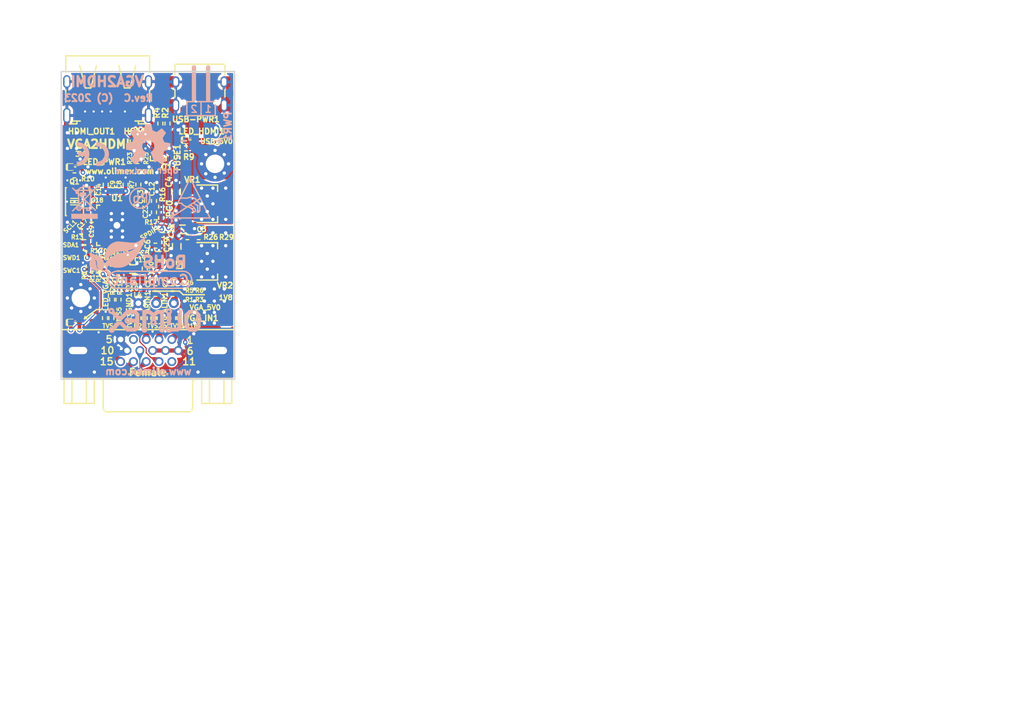
<source format=kicad_pcb>
(kicad_pcb (version 20221018) (generator pcbnew)
  (title_block (title "VGA2HDMI") (date "2023-12-18") (rev "C") (company "OLIMEX LTD.") (comment 1 "https://www.olimex.com/"))
  (layers (0 "F.Cu" signal) (1 "In1.Cu" power) (2 "In2.Cu" power) (31 "B.Cu" signal) (34 "B.Paste" user) (35 "F.Paste" user) (36 "B.SilkS" user "B.Silkscreen") (37 "F.SilkS" user "F.Silkscreen") (38 "B.Mask" user) (39 "F.Mask" user) (44 "Edge.Cuts" user))
  (net 0 "")
  (net 1 "GND")
  (net 2 "+1.8V")
  (net 3 "Net-(U1-ALIN)")
  (net 4 "Net-(U1-ARIN)")
  (net 5 "/AV33")
  (net 6 "/AV18")
  (net 7 "Net-(U1-XTI)")
  (net 8 "+3.3V")
  (net 9 "+5V_USB")
  (net 10 "Net-(U1-XTO)")
  (net 11 "/RED_IN")
  (net 12 "Net-(U1-RIN)")
  (net 13 "/GREEN_IN")
  (net 14 "Net-(U1-GIN)")
  (net 15 "/BLUE_IN")
  (net 16 "Net-(U1-BIN)")
  (net 17 "Net-(U1-NRST)")
  (net 18 "Net-(C24-Pad2)")
  (net 19 "/HDMI_5V")
  (net 23 "Net-(HCEC1-Pad)")
  (net 24 "/HDMI_TX2+")
  (net 25 "/HDMI_TX2-")
  (net 26 "/HDMI_TX1+")
  (net 27 "/HDMI_TX1-")
  (net 28 "/HDMI_TX0+")
  (net 29 "/HDMI_TX0-")
  (net 30 "/HDMI_TXC+")
  (net 31 "/HDMI_TXC-")
  (net 33 "/HDMI_SCL")
  (net 34 "/HDMI_SDA")
  (net 35 "/HDMI_HPD")
  (net 36 "Net-(LED_HDMI1-K)")
  (net 37 "Net-(LED_PWR1-K)")
  (net 38 "Net-(LED_VGA1-K)")
  (net 39 "Net-(U1-PC0)")
  (net 40 "Net-(USB-PWR1-CC2)")
  (net 41 "Net-(USB-PWR1-CC1)")
  (net 42 "Net-(U1-REXT)")
  (net 43 "/VGA_DP")
  (net 44 "/HDMI_DP")
  (net 45 "Net-(U1-SOG0)")
  (net 46 "Net-(U1-VS_IN)")
  (net 47 "/VSync_IN")
  (net 48 "Net-(U1-HS_IN)")
  (net 49 "/HSync_IN")
  (net 50 "Net-(U1-VGA_SCL)")
  (net 51 "/VGA_SCL")
  (net 52 "Net-(U1-VGA_SDA)")
  (net 53 "/VGA_SDA")
  (net 54 "Net-(U1-SCL)")
  (net 55 "Net-(U1-SDA)")
  (net 56 "Net-(U1-SPDIF)")
  (net 57 "Net-(U1-SWCLK)")
  (net 58 "Net-(U1-SWDIO)")
  (net 65 "Net-(VGA_IN1-Key{slash}PWR)")
  (net 68 "Net-(ALIN1-Pad)")
  (net 69 "Net-(ARIN1-Pad)")
  (net 70 "Net-(C1-Pad1)")
  (net 71 "Net-(C2-Pad1)")
  (net 72 "Net-(VR2-ADJ{slash}GND)")
  (footprint "OLIMEX_Other-FP:Fiducial1x3" (layer "F.Cu") (at 105.537 109.728)
    (fp_text reference "FID1" hide)
    (fp_text value "Fiducial" hide)
  )
  (footprint "OLIMEX_Other-FP:Fiducial1x3" (layer "F.Cu") (at 129.413 73.787)
    (fp_text reference "FID2" hide)
    (fp_text value "Fiducial" hide)
  )
  (footprint "OLIMEX_RLC-FP:R_0402_5MIL_DWS" (layer "F.Cu") (at 118.999 74.295 90)
    (fp_text reference "R2")
    (fp_text value "5.1k/1%/R0402")
  )
  (footprint "OLIMEX_RLC-FP:R_0402_5MIL_DWS" (layer "F.Cu") (at 117.729 74.295 90)
    (fp_text reference "R4")
    (fp_text value "5.1k/1%/R0402")
  )
  (footprint "OLIMEX_Other-FP:Fiducial1x3_Paste" (layer "F.Cu") (at 129.5 109.5)
    (fp_text reference "FID3" hide)
    (fp_text value "Fiducial" hide)
  )
  (footprint "OLIMEX_Connectors-FP:HDMI-SWM-19_Paste" (layer "F.Cu") (at 108.3 68.25)
    (fp_text reference "HDMI_OUT1")
    (fp_text value "HDMI-SWM-19")
  )
  (footprint "OLIMEX_Connectors-FP:USB2.0_TYPE-C(A40-00119-A52-12)_Paste" (layer "F.Cu") (at 124.8 68 90)
    (fp_text reference "USB-PWR1")
    (fp_text value "USB-C-16P-F(A40-00119-A52-12)")
  )
  (footprint "OLIMEX_Other-FP:TESTPAD_40-ROUND" (layer "F.Cu") (at 110.617 76.327 90)
    (fp_text reference "HCEC1")
    (fp_text value "TESTPAD" hide)
  )
  (footprint "OLIMEX_RLC-FP:R_0402_5MIL_DWS" (layer "F.Cu") (at 109.474 99.568 -90)
    (fp_text reference "R11")
    (fp_text value "NA(4.7k/R0402)")
  )
  (footprint "OLIMEX_RLC-FP:R_0402_5MIL_0R(Board_Mounted)" (layer "F.Cu") (at 117.856 91.186 90)
    (fp_text reference "R17")
    (fp_text value "0R/R0402/Board_Mounted")
  )
  (footprint "OLIMEX_RLC-FP:L_0805_5MIL_DWS" (layer "F.Cu") (at 113.157 102.108 180)
    (fp_text reference "L4")
    (fp_text value " IND/600OHM/2A/UPZ2012E-601-2R0TF/L0805")
  )
  (footprint "OLIMEX_RLC-FP:C_0402_5MIL_DWS" (layer "F.Cu") (at 104.775 88.646 90)
    (fp_text reference "C18")
    (fp_text value "33pF/50V/5%/C0G/C0402")
  )
  (footprint "OLIMEX_Other-FP:TESTPAD_40-ROUND" (layer "F.Cu") (at 101.092 94.742)
    (fp_text reference "SCL1")
    (fp_text value "TESTPAD" hide)
  )
  (footprint "OLIMEX_RLC-FP:R_0402_5MIL_DWS" (layer "F.Cu") (at 104.902 99.822 90)
    (fp_text reference "R8")
    (fp_text value "2.2k/R0402")
  )
  (footprint "OLIMEX_Other-FP:TESTPAD_40-ROUND" (layer "F.Cu") (at 101.092 101.6)
    (fp_text reference "SWC1")
    (fp_text value "TESTPAD" hide)
  )
  (footprint "OLIMEX_Other-FP:TESTPAD_40-ROUND" (layer "F.Cu") (at 122.174 107.569)
    (fp_text reference "VGA_5V0")
    (fp_text value "TESTPAD" hide)
  )
  (footprint "OLIMEX_Other-FP:TESTPAD_40-ROUND" (layer "F.Cu") (at 129.667 107.315)
    (fp_text reference "1V8")
    (fp_text value "TESTPAD" hide)
  )
  (footprint "OLIMEX_RLC-FP:C_0402_5MIL_DWS" (layer "F.Cu") (at 110.617 99.568 90)
    (fp_text reference "C21")
    (fp_text value "47nF/50V/10%/X7R/C0402")
  )
  (footprint "OLIMEX_Other-FP:TESTPAD_40-ROUND" (layer "F.Cu") (at 101.092 97.028)
    (fp_text reference "SDA1")
    (fp_text value "TESTPAD" hide)
  )
  (footprint "OLIMEX_RLC-FP:R_0402_5MIL_DWS" (layer "F.Cu") (at 113.792 85.217 -90)
    (fp_text reference "R7")
    (fp_text value "1k/1%/R0402")
  )
  (footprint "OLIMEX_Diodes-FP:D_0402_5MIL_DWS" (layer "F.Cu") (at 108.966 109.093 -90)
    (fp_text reference "TVS5")
    (fp_text value "NA(GG0402052R542P)")
  )
  (footprint "OLIMEX_Other-FP:TESTPAD_40-ROUND" (layer "F.Cu") (at 119.126 91.694)
    (fp_text reference "PC0")
    (fp_text value "TESTPAD" hide)
  )
  (footprint "OLIMEX_RLC-FP:R_0402_5MIL_DWS" (layer "F.Cu") (at 104.14 96.52 180)
    (fp_text reference "R12")
    (fp_text value "75R/1%/R0402")
  )
  (footprint "OLIMEX_Other-FP:TEST_PAD_40x70_Round" (layer "F.Cu") (at 116.967 106.426)
    (fp_text reference "ARIN1")
    (fp_text value "TESTPAD" hide)
  )
  (footprint "OLIMEX_RLC-FP:L_0805_5MIL_DWS" (layer "F.Cu") (at 118.491 99.695 180)
    (fp_text reference "L3")
    (fp_text value " IND/600OHM/2A/UPZ2012E-601-2R0TF/L0805")
  )
  (footprint "OLIMEX_Other-FP:Mounting_hole_Shield_3.3mm" (layer "F.Cu") (at 103.5 105.5)
    (fp_text reference "Mount-Hole-3.3mm1" hide)
    (fp_text value "Mounting_hole_Shield_3.3mm" hide)
  )
  (footprint "OLIMEX_RLC-FP:C_0603_5MIL_DWS" (layer "F.Cu") (at 117.348 97.917)
    (fp_text reference "C5")
    (fp_text value "22uF/6.3V/20%/X5R/C0603")
  )
  (footprint "OLIMEX_Regulators-FP:SOT223" (layer "F.Cu") (at 126.111 98.933 180)
    (fp_text reference "VR2")
    (fp_text value "LD1117AG-AD-AA3-A-R")
  )
  (footprint "OLIMEX_RLC-FP:R_0402_5MIL_DWS" (layer "F.Cu") (at 117.602 109.093 -90)
    (fp_text reference "R19")
    (fp_text value "75R/1%/R0402")
  )
  (footprint "OLIMEX_RLC-FP:R_0402_5MIL_DWS" (layer "F.Cu") (at 104.14 95.504 180)
    (fp_text reference "R13")
    (fp_text value "75R/1%/R0402")
  )
  (footprint "OLIMEX_Diodes-FP:SOT23-3" (layer "F.Cu") (at 117.348 80.264 90)
    (fp_text reference "D1")
    (fp_text value "CH213K(SOT23-3)")
  )
  (footprint "OLIMEX_RLC-FP:C_0603_5MIL_DWS" (layer "F.Cu") (at 119.888 101.473 180)
    (fp_text reference "C26")
    (fp_text value "NA(22uF/6.3V/20%/X5R/C0603)")
  )
  (footprint "OLIMEX_Crystal-FP:HCX-4S_2Pins_5.0x3.2mm_TEST" (layer "F.Cu") (at 102.362 88.265 -90)
    (fp_text reference "Q1")
    (fp_text value "Q24.576MHz/20pF/20ppm/2P/5x3.2mm")
  )
  (footprint "OLIMEX_RLC-FP:C_0402_5MIL_DWS" (layer "F.Cu") (at 110.236 101.092 180)
    (fp_text reference "C24")
    (fp_text value "NA(1nF/C0402)")
  )
  (footprint "OLIMEX_RLC-FP:C_0402_5MIL_DWS" (layer "F.Cu") (at 116.586 88.138 90)
    (fp_text reference "C12")
    (fp_text value "100nF/10V/20%/X5R/C0402")
  )
  (footprint "OLIMEX_RLC-FP:R_0402_5MIL_DWS" (layer "F.Cu") (at 102.362 83.566 180)
    (fp_text reference "R10")
    (fp_text value "2.2k/R0402")
  )
  (footprint "OLIMEX_RLC-FP:C_0402_5MIL_DWS" (layer "F.Cu") (at 103.505 93.599 180)
    (fp_text reference "C17")
    (fp_text value "100nF/10V/20%/X5R/C0402")
  )
  (footprint "OLIMEX_RLC-FP:R_0402_5MIL_DWS" (layer "F.Cu") (at 115.062 77.47 90)
    (fp_text reference "R25")
    (fp_text value "NA(10k/R0402)")
  )
  (footprint "OLIMEX_RLC-FP:C_0402_5MIL_DWS" (layer "F.Cu") (at 105.537 86.614 90)
    (fp_text reference "C14")
    (fp_text value "100nF/10V/20%/X5R/C0402")
  )
  (footprint "OLIMEX_RLC-FP:C_0402_5MIL_DWS" (layer "F.Cu") (at 108.331 99.568 90)
    (fp_text reference "C22")
    (fp_text value "47nF/50V/10%/X7R/C0402")
  )
  (footprint "OLIMEX_Diodes-FP:D_0402_5MIL_DWS" (layer "F.Cu") (at 113.792 109.093 -90)
    (fp_text reference "TVS3")
    (fp_text value "NA(GG0402052R542P)")
  )
  (footprint "OLIMEX_RLC-FP:R_0402_5MIL_DWS" (layer "F.Cu") (at 117.856 89.154 90)
    (fp_text reference "R16")
    (fp_text value "NA(10k/R0402)")
  )
  (footprint "OLIMEX_RLC-FP:R_0402_5MIL_DWS" (layer "F.Cu") (at 124.587 94.615)
    (fp_text reference "R29")
    (fp_text value "220R/1%/R0402")
  )
  (footprint "OLIMEX_RLC-FP:R_0402_5MIL_DWS" (layer "F.Cu") (at 109.093 105.791 -90)
    (fp_text reference "R22")
    (fp_text value "10k/R0402")
  )
  (footprint "OLIMEX_RLC-FP:C_0402_5MIL_DWS" (layer "F.Cu") (at 107.95 85.217 90)
    (fp_text reference "C9")
    (fp_text value "100nF/10V/20%/X5R/C0402")
  )
  (footprint "OLIMEX_RLC-FP:R_0402_5MIL_DWS" (layer "F.Cu") (at 119.888 104.775)
    (fp_text reference "R3")
    (fp_text value "10k/R0402")
  )
  (footprint "OLIMEX_Other-FP:TEST_PAD_40x70_Round" (layer "F.Cu") (at 120.142 106.426)
    (fp_text reference "ALIN1")
    (fp_text value "TESTPAD" hide)
  )
  (footprint "OLIMEX_RLC-FP:R_0402_5MIL_DWS" (layer "F.Cu") (at 116.84 104.775)
    (fp_text reference "R1")
    (fp_text value "10k/R0402")
  )
  (footprint "OLIMEX_IC-FP:QFN56_7x7_Pitch_0.4mm_EPad_5.4x5.4mm" (layer "F.Cu") (at 109.95 92.5 90)
    (fp_text reference "U1")
    (fp_text value "CV8986(QFN56_7x7mm)")
  )
  (footprint "OLIMEX_RLC-FP:R_0402_5MIL_DWS" (layer "F.Cu") (at 119.888 103.759)
    (fp_text reference "R6")
    (fp_text value "10k/R0402")
  )
  (footprint "OLIMEX_RLC-FP:C_0402_5MIL_DWS" (layer "F.Cu") (at 114.935 100.203 90)
    (fp_text reference "C20")
    (fp_text value "47nF/50V/10%/X7R/C0402")
  )
  (footprint "OLIMEX_LEDs-FP:LED_0603_KA" (layer "F.Cu") (at 102.489 109.855)
    (fp_text reference "LED_VGA1")
    (fp_text value "LED/RED/0603")
  )
  (footprint "OLIMEX_Other-FP:TESTPAD_40-ROUND" (layer "F.Cu") (at 101.092 99.314)
    (fp_text reference "SWD1")
    (fp_text value "TESTPAD" hide)
  )
  (footprint "OLIMEX_RLC-FP:C_0402_5MIL_DWS" (layer "F.Cu") (at 112.141 98.933)
    (fp_text reference "C11")
    (fp_text value "100nF/10V/20%/X5R/C0402")
  )
  (footprint "OLIMEX_RLC-FP:C_0603_5MIL_DWS" (layer "F.Cu") (at 112.776 100.33)
    (fp_text reference "C10")
    (fp_text value "22uF/6.3V/20%/X5R/C0603")
  )
  (footprint "OLIMEX_Diodes-FP:D_0402_5MIL_DWS" (layer "F.Cu") (at 107.823 109.093 -90)
    (fp_text reference "TVS4")
    (fp_text value "NA(GG0402052R542P)")
  )
  (footprint "OLIMEX_RLC-FP:C_0402_5MIL_DWS" (layer "F.Cu") (at 115.316 88.138 90)
    (fp_text reference "C13")
    (fp_text value "100nF/10V/20%/X5R/C0402")
  )
  (footprint "OLIMEX_RLC-FP:R_0402_5MIL_DWS" (layer "F.Cu") (at 107.188 99.568 -90)
    (fp_text reference "R15")
    (fp_text value "75R/1%/R0402")
  )
  (footprint "OLIMEX_RLC-FP:R_0402_5MIL_DWS" (layer "F.Cu") (at 110.236 105.791 -90)
    (fp_text reference "R21")
    (fp_text value "10k/R0402")
  )
  (footprint "OLIMEX_RLC-FP:C_0603_5MIL_DWS" (layer "F.Cu") (at 121.666 93.218 180)
    (fp_text reference "C3")
    (fp_text value "22uF/6.3V/20%/X5R/C0603")
  )
  (footprint "OLIMEX_RLC-FP:C_0603_5MIL_DWS" (layer "F.Cu") (at 120.523 86.487 90)
    (fp_text reference "C4")
    (fp_text value "22uF/6.3V/20%/X5R/C0603")
  )
  (footprint "OLIMEX_RLC-FP:R_0402_5MIL_DWS" (layer "F.Cu") (at 112.776 77.47 90)
    (fp_text reference "R23")
    (fp_text value "10k/R0402")
  )
  (footprint "OLIMEX_RLC-FP:R_0402_5MIL_DWS" (layer "F.Cu") (at 116.84 103.759)
    (fp_text reference "R5")
    (fp_text value "10k/R0402")
  )
  (footprint "OLIMEX_RLC-FP:R_0402_5MIL_DWS" (layer "F.Cu") (at 122.555 94.615)
    (fp_text reference "R26")
    (fp_text value "100R/1%/R0402")
  )
  (footprint "OLIMEX_RLC-FP:C_0402_5MIL_DWS" (layer "F.Cu") (at 111.506 85.217 90)
    (fp_text reference "C8")
    (fp_text value "100nF/10V/20%/X5R/C0402")
  )
  (footprint "OLIMEX_RLC-FP:C_0402_5MIL_DWS" (layer "F.Cu") (at 116.332 102.108 90)
    (fp_text reference "C1")
    (fp_text value "4.7uF/X5R/20%/10V/C0402")
  )
  (footprint "OLIMEX_RLC-FP:C_0402_5MIL_DWS" (layer "F.Cu") (at 113.03 97.79)
    (fp_text reference "C7")
    (fp_text value "100nF/10V/20%/X5R/C0402")
  )
  (footprint "OLIMEX_Other-FP:TEST_PAD_40x70_Round" (layer "F.Cu") (at 113.792 106.426)
    (fp_text reference "GND1")
    (fp_text value "TESTPAD" hide)
  )
  (footprint "OLIMEX_RLC-FP:R_0402_5MIL_DWS" (layer "F.Cu") (at 114.935 109.093 -90)
    (fp_text reference "R20")
    (fp_text value "75R/1%/R0402")
  )
  (footprint "OLIMEX_Diodes-FP:D_0402_5MIL_DWS" (layer "F.Cu") (at 116.459 109.093 -90)
    (fp_text reference "TVS2")
    (fp_text value "NA(GG0402052R542P)")
  )
  (footprint "OLIMEX_RLC-FP:C_0402_5MIL_DWS" (layer "F.Cu") (at 104.394 97.536 180)
    (fp_text reference "C15")
    (fp_text value "100nF/10V/20%/X5R/C0402")
  )
  (footprint "OLIMEX_Regulators-FP:SOT223" (layer "F.Cu") (at 126.111 88.646 180)
    (fp_text reference "VR1")
    (fp_text value "LD1117AG-33-AA3-A-R")
  )
  (footprint "OLIMEX_Other-FP:TESTPAD_40-ROUND" (layer "F.Cu") (at 101.854 80.264)
    (fp_text reference "3V3")
    (fp_text value "TESTPAD" hide)
  )
  (footprint "OLIMEX_Connectors-FP:VGA15-F(HDR15-3.08-14.5T)_DrillSlot" (layer "F.Cu") (at 115.5 118.5)
    (fp_text reference "VGA_IN1")
    (fp_text value "HDR15-3.08-14.5T/VGA15/14.5mm")
  )
  (footprint "OLIMEX_RLC-FP:R_0402_5MIL_DWS" (layer "F.Cu") (at 106.045 99.568 -90)
    (fp_text reference "R14")
    (fp_text value "75R/1%/R0402")
  )
  (footprint "OLIMEX_RLC-FP:C_0402_5MIL_DWS" (layer "F.Cu") (at 116.586 90.17 90)
    (fp_text reference "C23")
    (fp_text value "100nF/10V/20%/X5R/C0402")
  )
  (footprint "OLIMEX_Diodes-FP:D_0402_5MIL_DWS" (layer "F.Cu") (at 120.015 109.093 -90)
    (fp_text reference "TVS1")
    (fp_text value "NA(GG0402052R542P)")
  )
  (footprint "OLIMEX_RLC-FP:C_0402_5MIL_DWS" (layer "F.Cu") (at 116.84 96.139)
    (fp_text reference "C6")
    (fp_text value "100nF/10V/20%/X5R/C0402")
  )
  (footprint "OLIMEX_RLC-FP:C_0603_5MIL_DWS" (layer "F.Cu") (at 120.65 96.266 90)
    (fp_text reference "C29")
    (fp_text value "22uF/6.3V/20%/X5R/C0603")
  )
  (footprint "OLIMEX_RLC-FP:C_0402_5MIL_DWS" (layer "F.Cu") (at 117.602 102.108 90)
    (fp_text reference "C2")
    (fp_text value "4.7uF/X5R/20%/10V/C0402")
  )
  (footprint "OLIMEX_Devices-FP:FUSE-1206" (layer "F.Cu") (at 118.618 76.962 180)
    (fp_text reference "FUSE1")
    (fp_text value "NA(FSMD035-1206)")
  )
  (footprint "OLIMEX_LEDs-FP:LED_0603_KA" (layer "F.Cu") (at 102.489 82.042)
    (fp_text reference "LED_PWR1")
    (fp_text value "LED/RED/0603")
  )
  (footprint "OLIMEX_RLC-FP:C_0402_5MIL_DWS" (layer "F.Cu") (at 118.237 94.234)
    (fp_text reference "C16")
    (fp_text value "100nF/10V/20%/X5R/C0402")
  )
  (footprint "OLIMEX_LEDs-FP:LED_0603_KA" (layer "F.Cu") (at 123.063 77.216)
    (fp_text reference "LED_HDMI1")
    (fp_text value "LED/RED/0603")
  )
  (footprint "OLIMEX_RLC-FP:R_0402_5MIL_DWS" (layer "F.Cu") (at 122.301 78.74 180)
    (fp_text reference "R9")
    (fp_text value "2.2k/R0402")
  )
  (footprint "OLIMEX_Other-FP:TESTPAD_40-ROUND" (layer "F.Cu") (at 116.713 94.996)
    (fp_text reference "SPDIF1")
    (fp_text value "TESTPAD" hide)
  )
  (footprint "OLIMEX_RLC-FP:R_0402_5MIL_DWS" (layer "F.Cu") (at 121.158 109.093 -90)
    (fp_text reference "R18")
    (fp_text value "75R/1%/R0402")
  )
  (footprint "OLIMEX_RLC-FP:C_0402_5MIL_DWS" (layer "F.Cu") (at 104.775 90.805 -90)
    (fp_text reference "C19")
    (fp_text value "33pF/50V/5%/C0G/C0402")
  )
  (footprint "OLIMEX_RLC-FP:R_0402_5MIL_DWS" (layer "F.Cu") (at 113.919 77.47 90)
    (fp_text reference "R24")
    (fp_text value "10k/R0402")
  )
  (footprint "OLIMEX_Other-FP:TESTPAD_40-ROUND" (layer "F.Cu") (at 129.921 76.073 90)
    (fp_text reference "USB_5V0")
    (fp_text value "TESTPAD" hide)
  )
  (footprint "OLIMEX_Other-FP:Mounting_hole_Shield_3.3mm" (layer "F.Cu") (at 127.5 81.5)
    (fp_text reference "Mount-Hole-3.3mm3" hide)
    (fp_text value "Mounting_hole_Shield_3.3mm" hide)
  )
  (footprint "OLIMEX_Signs-FP:CE_Sign" (layer "B.Cu") (at 104.648 79.756 180)
    (fp_text reference "Sign_CE" hide)
    (fp_text value "CE_Sign" hide)
  )
  (footprint "OLIMEX_Signs-FP:Logo_OLIMEX_TB" (layer "B.Cu") (at 116.586 109.474 180)
    (fp_text reference "Logo_OLIMEX_TB-Bottom" hide)
    (fp_text value "Logo_OLIMEX_TB" hide)
  )
  (footprint "OLIMEX_Signs-FP:Sign_Antistatic" (layer "B.Cu") (at 126.619 91.186 180)
    (fp_text reference "Sign_Antistatic" hide)
    (fp_text value "Sign_Antistatic" hide)
  )
  (footprint "OLIMEX_Signs-FP:Sign_OSHW_8x8" (layer "B.Cu") (at 115.57 78.486 180)
    (fp_text reference "Sign_OSHW_8x8" hide)
    (fp_text value "Sign_OSHW_8x8" hide)
  )
  (footprint "OLIMEX_Signs-FP:Sign_PB-Free" (layer "B.Cu") (at 114.2492 87.31504)
    (fp_text reference "Sign_PB-Free")
    (fp_text value "Sign_PB-Free")
  )
  (footprint "OLIMEX_Signs-FP:Sign_RecycleBin_1" (layer "B.Cu") (at 106.4895 91.313 180)
    (fp_text reference "Sign_RecycleBin" hide)
    (fp_text value "Sign_RecycleBin" hide)
  )
  (footprint "OLIMEX_Signs-FP:Sign_RoHS_1" (layer "B.Cu") (at 122.301 103.124 180)
    (fp_text reference "Sign_RoHS" hide)
    (fp_text value "Sign_RoHS" hide)
  )
  (footprint "OLIMEX_Jumpers-FP:HN1x2(SMD)_H-WX-1x2-LF" (layer "B.Cu") (at 125 76 180)
    (fp_text reference "PWR1")
    (fp_text value "NA(HN1x2(SMD)_H-WX-1x2-LF)")
  )
  (gr_line (start 104.267 108.839) (end 104.521 109.093) (stroke (width 0.254)) (layer "F.SilkS"))
  (gr_line (start 105.156 91.948) (end 105.41 92.1385) (stroke (width 0.254)) (layer "F.SilkS"))
  (gr_line (start 104.14 109.22) (end 104.267 108.839) (stroke (width 0.254)) (layer "F.SilkS"))
  (gr_line (start 104.394 108.966) (end 106.299 107.569) (stroke (width 0.254)) (layer "F.SilkS"))
  (gr_line (start 121.793 104.902) (end 125.603 104.902) (stroke (width 0.254)) (layer "F.SilkS"))
  (gr_line (start 121.158 104.267) (end 121.793 104.902) (stroke (width 0.254)) (layer "F.SilkS"))
  (gr_line (start 105.41 92.1385) (end 105.664 91.948) (stroke (width 0.254)) (layer "F.SilkS"))
  (gr_line (start 105.41 92.1385) (end 105.41 90.9955) (stroke (width 0.254)) (layer "F.SilkS"))
  (gr_line (start 106.299 107.569) (end 107.061 107.569) (stroke (width 0.254)) (layer "F.SilkS"))
  (gr_line (start 104.521 109.093) (end 104.14 109.22) (stroke (width 0.254)) (layer "F.SilkS"))
  (gr_line (start 116.332 104.267) (end 121.158 104.267) (stroke (width 0.254)) (layer "F.SilkS"))
  (gr_line (start 105.664 91.948) (end 105.156 91.948) (stroke (width 0.254)) (layer "F.SilkS"))
  (gr_line (start 131 65) (end 100 65) (stroke (width 0.254)) (layer "Edge.Cuts"))
  (gr_line (start 100 65) (end 100 120) (stroke (width 0.254)) (layer "Edge.Cuts"))
  (gr_line (start 131 65) (end 131 120) (stroke (width 0.254)) (layer "Edge.Cuts"))
  (gr_line (start 131 120) (end 100 120) (stroke (width 0.254)) (layer "Edge.Cuts"))
  (gr_text "VGA2HDMI" (at 108.204 66.802) (layer "B.SilkS") (effects (font (size 1.778 1.778) (thickness 0.4445) bold) (justify mirror)))
  (gr_text "www.olimex.com" (at 115.57 118.618) (layer "B.SilkS") (effects (font (size 1.27 1.27) (thickness 0.3175) bold) (justify mirror)))
  (gr_text "Rev.C" (at 113.792 69.723) (layer "B.SilkS") (effects (font (size 1.27 1.27) (thickness 0.3175) bold) (justify mirror)))
  (gr_text "(C) 2023" (at 104.902 69.723) (layer "B.SilkS") (effects (font (size 1.27 1.27) (thickness 0.3175) bold) (justify mirror)))
  (gr_text "+" (at 128.27 77.343) (layer "B.SilkS") (effects (font (size 1.27 1.27) (thickness 0.3175) bold) (justify mirror)))
  (gr_text "-" (at 121.92 77.47 180) (layer "B.SilkS") (effects (font (size 1.27 1.27) (thickness 0.3175) bold) (justify mirror)))
  (gr_text "VGA2HDMI" (at 106.68 77.978) (layer "F.SilkS") (effects (font (size 1.524 1.524) (thickness 0.381) bold)))
  (gr_text "www.olimex.com" (at 110.49 82.804) (layer "F.SilkS") (effects (font (size 1.016 1.016) (thickness 0.254) bold)))
  (segment (start 129.12 71.03) (end 129.12 69.43) (width 1.016) (layer "F.Cu") (net 1))
  (segment (start 121.725 71.932) (end 121.725 72.712) (width 0.254) (layer "F.Cu") (net 1))
  (segment (start 104.521 85.344) (end 104.521 87.884) (width 0.508) (layer "F.Cu") (net 1))
  (segment (start 104.3 73.8) (end 104.3 72.169) (width 0.254) (layer "F.Cu") (net 1))
  (segment (start 129.12 71.03) (end 129.12 71.54) (width 0.508) (layer "F.Cu") (net 1))
  (segment (start 129.12 71.54) (end 128.397 72.263) (width 0.508) (layer "F.Cu") (net 1))
  (segment (start 129.12 69.43) (end 128.778 69.088) (width 1.016) (layer "F.Cu") (net 1))
  (segment (start 117.475 96.266) (end 117.348 96.139) (width 0.508) (layer "F.Cu") (net 1))
  (segment (start 116.586 87.63) (end 115.316 87.63) (width 0.508) (layer "F.Cu") (net 1))
  (segment (start 127.875 72.503) (end 127.889 72.517) (width 0.254) (layer "F.Cu") (net 1))
  (segment (start 102.2604 93.6498) (end 102.9462 93.6498) (width 0.4064) (layer "F.Cu") (net 1))
  (segment (start 120.523 85.598) (end 120.523 84.455) (width 1.016) (layer "F.Cu") (net 1))
  (segment (start 123.698 111.887) (end 123.698 113.792) (width 0.762) (layer "F.Cu") (net 1))
  (segment (start 117.856 90.678) (end 119.634 90.678) (width 0.508) (layer "F.Cu") (net 1))
  (segment (start 109.75 92.3) (end 109.95 92.5) (width 0.2) (layer "F.Cu") (net 1))
  (segment (start 100.6856 84.8614) (end 101.092 84.455) (width 0.4064) (layer "F.Cu") (net 1))
  (segment (start 115.6 72.85) (end 115.6 73.563) (width 0.508) (layer "F.Cu") (net 1))
  (segment (start 100.711 84.074) (end 100.711 75) (width 0.4064) (layer "F.Cu") (net 1))
  (segment (start 102.9462 93.6498) (end 102.997 93.599) (width 0.4064) (layer "F.Cu") (net 1))
  (segment (start 117.856 90.678) (end 116.586 90.678) (width 0.508) (layer "F.Cu") (net 1))
  (segment (start 120.777 91.821) (end 120.523 91.567) (width 1.016) (layer "F.Cu") (net 1))
  (segment (start 111.765 114.432) (end 110.62 113.287) (width 1.016) (layer "F.Cu") (net 1))
  (segment (start 119.8724 66.85) (end 118.158 66.85) (width 2.032) (layer "F.Cu") (net 1))
  (segment (start 105.537 85.852) (end 105.537 86.106) (width 0.508) (layer "F.Cu") (net 1))
  (segment (start 106.5125 93.1) (end 109.35 93.1) (width 0.2) (layer "F.Cu") (net 1))
  (segment (start 121.097 115.062) (end 120.925 114.89) (width 0.762) (layer "F.Cu") (net 1))
  (segment (start 108.15 94.3) (end 109.95 92.5) (width 0.2) (layer "F.Cu") (net 1))
  (segment (start 123.063 86.2838) (end 123.063 84.963) (width 1.016) (layer "F.Cu") (net 1))
  (segment (start 120.396 103.759) (end 120.396 103.632) (width 0.3048) (layer "F.Cu") (net 1))
  (segment (start 111.35 95.9375) (end 111.35 95) (width 0.2) (layer "F.Cu") (net 1))
  (segment (start 103.886 99.187) (end 103.886 97.536) (width 0.3048) (layer "F.Cu") (net 1))
  (segment (start 113.3875 95.1) (end 113.3875 96.0875) (width 0.2) (layer "F.Cu") (net 1))
  (segment (start 113.3875 96.0875) (end 113.3735 96.1015) (width 0.2) (layer "F.Cu") (net 1))
  (segment (start 104.3 72.169) (end 104.267 72.136) (width 0.254) (layer "F.Cu") (net 1))
  (segment (start 120.65 94.234) (end 120.777 94.107) (width 1.016) (layer "F.Cu") (net 1))
  (segment (start 118.635 114.89) (end 120.925 114.89) (width 0.762) (layer "F.Cu") (net 1))
  (segment (start 118.364 106.5276) (end 118.364 105.283) (width 0.254) (layer "F.Cu") (net 1))
  (segment (start 123.0122 86.3346) (end 122.2756 85.598) (width 1.016) (layer "F.Cu") (net 1))
  (segment (start 111.35 95) (end 110.95 94.6) (width 0.2) (layer "F.Cu") (net 1))
  (segment (start 119.888 72.771) (end 119.888 74.331) (width 0.508) (layer "F.Cu") (net 1))
  (segment (start 113.665 100.33) (end 113.665 99.441) (width 1.016) (layer "F.Cu") (net 1))
  (segment (start 101.092 84.455) (end 100.711 84.074) (width 0.4064) (layer "F.Cu") (net 1))
  (segment (start 128.397 72.39) (end 128.397 72.263) (width 0.254) (layer "F.Cu") (net 1))
  (segment (start 120.777 94.107) (end 121.031 94.361) (width 1.016) (layer "F.Cu") (net 1))
  (segment (start 112.55 95.1) (end 109.95 92.5) (width 0.2) (layer "F.Cu") (net 1))
  (segment (start 108.8 72.175) (end 108.839 72.136) (width 0.254) (layer "F.Cu") (net 1))
  (segment (start 119.888 71.622) (end 119.888 72.771) (width 0.508) (layer "F.Cu") (net 1))
  (segment (start 101 72.85) (end 101 74.711) (width 1.016) (layer "F.Cu") (net 1))
  (segment (start 117.729 74.803) (end 118.237 74.803) (width 0.508) (layer "F.Cu") (net 1))
  (segment (start 117.475 96.901) (end 117.475 96.266) (width 0.508) (layer "F.Cu") (net 1))
  (segment (start 107.188 88.646) (end 106.68 88.646) (width 0.2) (layer "F.Cu") (net 1))
  (segment (start 119.3155 78.74) (end 118.722 78.74) (width 0.762) (layer "F.Cu") (net 1))
  (segment (start 112.15 90.3) (end 109.95 92.5) (width 0.2) (layer "F.Cu") (net 1))
  (segment (start 120.015 108.585) (end 121.158 108.585) (width 0.508) (layer "F.Cu") (net 1))
  (segment (start 120.396 103.632) (end 119.38 102.616) (width 0.3048) (layer "F.Cu") (net 1))
  (segment (start 117.475 96.901) (end 118.237 97.663) (width 0.762) (layer "F.Cu") (net 1))
  (segment (start 112.649 98.933) (end 113.157 98.933) (width 0.508) (layer "F.Cu") (net 1))
  (segment (start 120.015 72.898) (end 119.888 72.771) (width 0.762) (layer "F.Cu") (net 1))
  (segment (start 114.935 84.582) (end 113.919 84.582) (width 0.4064) (layer "F.Cu") (net 1))
  (segment (start 119.38 102.616) (end 119.253 102.616) (width 0.3048) (layer "F.Cu") (net 1))
  (segment (start 113.3875 89.9) (end 112.55 89.9) (width 0.2) (layer "F.Cu") (net 1))
  (segment (start 128.125 71.646) (end 128.125 71.932) (width 0.762) (layer "F.Cu") (net 1))
  (segment (start 104.521 85.344) (end 103.632 84.455) (width 0.4064) (layer "F.Cu") (net 1))
  (segment (start 129.12 71.03) (end 128.741 71.03) (width 0.762) (layer "F.Cu") (net 1))
  (segment (start 115.189 84.836) (end 114.935 84.582) (width 0.4064) (layer "F.Cu") (net 1))
  (segment (start 105.158968 91.1) (end 105.101568 91.1574) (width 0.2) (layer "F.Cu") (net 1))
  (segment (start 113.3875 95.1) (end 112.55 95.1) (width 0.2) (layer "F.Cu") (net 1))
  (segment (start 104.945968 91.313) (end 105.101568 91.1574) (width 0.3556) (layer "F.Cu") (net 1))
  (segment (start 121.412 73.025) (end 121.031 73.025) (width 0.254) (layer "F.Cu") (net 1))
  (segment (start 113.792 108.585) (end 114.935 108.585) (width 0.508) (layer "F.Cu") (net 1))
  (segment (start 121.031 114.784) (end 121.031 113.03) (width 0.4064) (layer "F.Cu") (net 1))
  (segment (start 119.888 74.331) (end 119.416 74.803) (width 0.508) (layer "F.Cu") (net 1))
  (segment (start 101.219 91.821) (end 103.632 91.821) (width 0.3048) (layer "F.Cu") (net 1))
  (segment (start 120.015 108.585) (end 119.8626 108.4326) (width 0.254) (layer "F.Cu") (net 1))
  (segment (start 109.35 93.1) (end 109.95 92.5) (width 0.2) (layer "F.Cu") (net 1))
  (segment (start 116.84 74.803) (end 117.729 74.803) (width 0.508) (layer "F.Cu") (net 1))
  (segment (start 121.725 72.712) (end 121.412 73.025) (width 0.254) (layer "F.Cu") (net 1))
  (segment (start 100.6856 91.5416) (end 100.6856 84.8614) (width 0.4064) (layer "F.Cu") (net 1))
  (segment (start 113.411 89.789) (end 113.411 89.8765) (width 0.2) (layer "F.Cu") (net 1))
  (segment (start 115.316 87.63) (end 114.935 87.63) (width 0.508) (layer "F.Cu") (net 1))
  (segment (start 105.029 85.344) (end 105.537 85.852) (width 0.508) (layer "F.Cu") (net 1))
  (segment (start 117.602 103.759) (end 118.364 104.521) (width 0.508) (layer "F.Cu") (net 1))
  (segment (start 104.521 85.344) (end 105.029 85.344) (width 0.508) (layer "F.Cu") (net 1))
  (segment (start 101.854 83.566) (end 101.854 84.455) (width 0.4064) (layer "F.Cu") (net 1))
  (segment (start 107.823 108.077) (end 107.823 108.585) (width 0.508) (layer "F.Cu") (net 1))
  (segment (start 105.8 72.145) (end 105.791 72.136) (width 0.254) (layer "F.Cu") (net 1))
  (segment (start 112.55 96.1015) (end 113.3735 96.1015) (width 0.2) (layer "F.Cu") (net 1))
  (segment (start 108.8 73.8) (end 108.8 72.175) (width 0.254) (layer "F.Cu") (net 1))
  (segment (start 122.2756 85.598) (end 120.523 85.598) (width 1.016) (layer "F.Cu") (net 1))
  (segment (start 119.8626 108.4326) (end 119.8626 108.0262) (width 0.254) (layer "F.Cu") (net 1))
  (segment (start 103.632 91.821) (end 104.14 91.313) (width 0.3048) (layer "F.Cu") (net 1))
  (segment (start 120.904 94.234) (end 118.745 94.234) (width 0.508) (layer "F.Cu") (net 1))
  (segment (start 118.237 74.803) (end 118.237 75.565) (width 0.4064) (layer "F.Cu") (net 1))
  (segment (start 122.428 115.062) (end 121.097 115.062) (width 0.762) (layer "F.Cu") (net 1))
  (segment (start 116.459 108.585) (end 117.602 108.585) (width 0.508) (layer "F.Cu") (net 1))
  (segment (start 120.48 71.03) (end 119.888 71.622) (width 0.508) (layer "F.Cu") (net 1))
  (segment (start 107.35 89.0625) (end 107.35 89.9) (width 0.2) (layer "F.Cu") (net 1))
  (segment (start 105.8 73.8) (end 105.8 72.145) (width 0.254) (layer "F.Cu") (net 1))
  (segment (start 110.62 113.287) (end 110.62 112.91) (width 1.016) (layer "F.Cu") (net 1))
  (segment (start 108.55 91.1) (end 109.95 92.5) (width 0.2) (layer "F.Cu") (net 1))
  (segment (start 113.665 99.441) (end 113.538 99.314) (width 1.016) (layer "F.Cu") (net 1))
  (segment (start 119.8626 108.0262) (end 118.364 106.5276) (width 0.254) (layer "F.Cu") (net 1))
  (segment (start 118.298 79.164) (end 118.618 78.844) (width 0.508) (layer "F.Cu") (net 1))
  (segment (start 100.711 75) (end 101 74.711) (width 0.4064) (layer "F.Cu") (net 1))
  (segment (start 119.634 90.678) (end 120.523 91.567) (width 0.508) (layer "F.Cu") (net 1))
  (segment (start 127.875 71.932) (end 127.875 72.503) (width 0.254) (layer "F.Cu") (net 1))
  (segment (start 121.031 94.361) (end 120.904 94.234) (width 0.508) (layer "F.Cu") (net 1))
  (segment (start 118.999 102.362) (end 118.999 101.473) (width 1.016) (layer "F.Cu") (net 1))
  (segment (start 115.6 73.563) (end 116.84 74.803) (width 0.508) (layer "F.Cu") (net 1))
  (segment (start 120.65 95.377) (end 120.65 94.234) (width 1.016) (layer "F.Cu") (net 1))
  (segment (start 103.632 84.455) (end 103.378 84.455) (width 0.4064) (layer "F.Cu") (net 1))
  (segment (start 113.538 97.79) (end 113.538 99.314) (width 0.508) (layer "F.Cu") (net 1))
  (segment (start 120.777 93.218) (end 120.777 91.821) (width 1.016) (layer "F.Cu") (net 1))
  (segment (start 112.55 95.9375) (end 112.55 96.1015) (width 0.2) (layer "F.Cu") (net 1))
  (segment (start 109.75 89.0625) (end 109.75 92.3) (width 0.2) (layer "F.Cu") (net 1))
  (segment (start 112.15 89.0625) (end 112.15 90.3) (width 0.2) (layer "F.Cu") (net 1))
  (segment (start 117.348 103.759) (end 117.602 103.759) (width 0.508) (layer "F.Cu") (net 1))
  (segment (start 119.416 74.803) (end 118.999 74.803) (width 0.508) (layer "F.Cu") (net 1))
  (segment (start 115.824 90.678) (end 116.586 90.678) (width 0.508) (layer "F.Cu") (net 1))
  (segment (start 119.253 102.616) (end 118.999 102.362) (width 1.016) (layer "F.Cu") (net 1))
  (segment (start 120.904 107.95) (end 120.904 108.585) (width 0.508) (layer "F.Cu") (net 1))
  (segment (start 120.777 93.218) (end 120.777 94.107) (width 1.016) (layer "F.Cu") (net 1))
  (segment (start 104.14 91.313) (end 104.775 91.313) (width 0.3048) (layer "F.Cu") (net 1))
  (segment (start 111.765 114.89) (end 111.765 114.432) (width 1.016) (layer "F.Cu") (net 1))
  (segment (start 113.411 89.535) (end 113.411 89.154) (width 0.4064) (layer "F.Cu") (net 1))
  (segment (start 104.521 87.884) (end 104.775 88.138) (width 0.508) (layer "F.Cu") (net 1))
  (segment (start 107.35 89.9) (end 109.95 92.5) (width 0.2) (layer "F.Cu") (net 1))
  (segment (start 112.903 108.585) (end 113.792 108.585) (width 0.508) (layer "F.Cu") (net 1))
  (segment (start 118.364 104.521) (end 118.364 105.283) (width 0.508) (layer "F.Cu") (net 1))
  (segment (start 113.411 89.8765) (end 113.3875 89.9) (width 0.2) (layer "F.Cu") (net 1))
  (segment (start 128.27 72.517) (end 128.397 72.39) (width 0.254) (layer "F.Cu") (net 1))
  (segment (start 118.491 108.585) (end 117.602 108.585) (width 0.508) (layer "F.Cu") (net 1))
  (segment (start 107.35 89.0625) (end 107.35 88.808) (width 0.2) (layer "F.Cu") (net 1))
  (segment (start 118.722 78.74) (end 118.298 79.164) (width 0.762) (layer "F.Cu") (net 1))
  (segment (start 106.5125 92.7) (end 109.75 92.7) (width 0.2) (layer "F.Cu") (net 1))
  (segment (start 113.411 89.789) (end 113.411 89.535) (width 0.4064) (layer "F.Cu") (net 1))
  (segment (start 128.741 71.03) (end 128.125 71.646) (width 0.762) (layer "F.Cu") (net 1))
  (segment (start 120.523 85.598) (end 119.38 85.598) (width 1.016) (layer "F.Cu") (net 1))
  (segment (start 122.047 94.615) (end 121.793 94.361) (width 0.508) (layer "F.Cu") (net 1))
  (segment (start 107.35 88.808) (end 107.188 88.646) (width 0.2) (layer "F.Cu") (net 1))
  (segment (start 107.823 108.585) (end 108.966 108.585) (width 0.508) (layer "F.Cu") (net 1))
  (segment (start 111.506 83.947) (end 111.506 84.709) (width 0.4064) (layer "F.Cu") (net 1))
  (segment (start 111.8 72.557) (end 111.379 72.136) (width 0.254) (layer "F.Cu") (net 1))
  (segment (start 109.75 92.7) (end 109.95 92.5) (width 0.2) (layer "F.Cu") (net 1))
  (segment (start 107.3 73.8) (end 107.3 72.151) (width 0.254) (layer "F.Cu") (net 1))
  (segment (start 106.5125 91.1) (end 108.55 91.1) (width 0.2) (layer "F.Cu") (net 1))
  (segment (start 121.158 72.898) (end 121.031 73.025) (width 0.3048) (layer "F.Cu") (net 1))
  (segment (start 107.3 72.151) (end 107.315 72.136) (width 0.254) (layer "F.Cu") (net 1))
  (segment (start 107.95 107.95) (end 107.823 108.077) (width 0.508) (layer "F.Cu") (net 1))
  (segment (start 107.95 83.947) (end 107.95 84.709) (width 0.4064) (layer "F.Cu") (net 1))
  (segment (start 127.889 72.517) (end 128.27 72.517) (width 0.254) (layer "F.Cu") (net 1))
  (segment (start 118.237 74.803) (end 118.999 74.803) (width 0.508) (layer "F.Cu") (net 1))
  (segment (start 112.55 95.9375) (end 112.55 95.1) (width 0.2) (layer "F.Cu") (net 1))
  (segment (start 101.854 84.455) (end 103.378 84.455) (width 0.4064) (layer "F.Cu") (net 1))
  (segment (start 120.925 114.89) (end 121.031 114.784) (width 0.4064) (layer "F.Cu") (net 1))
  (segment (start 118.237 97.663) (end 118.237 97.917) (width 0.762) (layer "F.Cu") (net 1))
  (segment (start 115.062 78.74) (end 115.062 77.978) (width 0.508) (layer "F.Cu") (net 1))
  (segment (start 114.935 87.63) (end 113.665 88.9) (width 0.508) (layer "F.Cu") (net 1))
  (segment (start 121.793 94.361) (end 121.031 94.361) (width 0.508) (layer "F.Cu") (net 1))
  (segment (start 123.698 113.792) (end 122.428 115.062) (width 0.762) (layer "F.Cu") (net 1))
  (segment (start 129.7276 71.03) (end 129.12 71.03) (width 0.508) (layer "F.Cu") (net 1))
  (segment (start 101.092 91.948) (end 100.6856 91.5416) (width 0.4064) (layer "F.Cu") (net 1))
  (segment (start 113.157 98.933) (end 113.538 99.314) (width 0.508) (layer "F.Cu") (net 1))
  (segment (start 101.092 84.455) (end 101.854 84.455) (width 0.4064) (layer "F.Cu") (net 1))
  (segment (start 121.475 71.932) (end 121.475 72.581) (width 0.3048) (layer "F.Cu") (net 1))
  (segment (start 106.5125 91.1) (end 105.158968 91.1) (width 0.2) (layer "F.Cu") (net 1))
  (segment (start 123.0122 86.3346) (end 123.063 86.2838) (width 1.016) (layer "F.Cu") (net 1))
  (segment (start 118.618 78.844) (end 118.618 77.216) (width 0.508) (layer "F.Cu") (net 1))
  (segment (start 112.55 89.9) (end 109.95 92.5) (width 0.2) (layer "F.Cu") (net 1))
  (segment (start 111.8 73.8) (end 111.8 72.557) (width 0.254) (layer "F.Cu") (net 1))
  (segment (start 113.919 84.582) (end 113.792 84.709) (width 0.4064) (layer "F.Cu") (net 1))
  (segment (start 121.475 72.581) (end 121.158 72.898) (width 0.508) (layer "F.Cu") (net 1))
  (segment (start 108.15 95.9375) (end 108.15 94.3) (width 0.2) (layer "F.Cu") (net 1))
  (segment (start 113.411 89.154) (end 113.665 88.9) (width 0.3048) (layer "F.Cu") (net 1))
  (segment (start 104.775 91.313) (end 104.945968 91.313) (width 0.3556) (layer "F.Cu") (net 1))
  (segment (start 101.092 91.948) (end 101.219 91.821) (width 0.3048) (layer "F.Cu") (net 1))
  (segment (start 121.158 72.898) (end 120.015 72.898) (width 0.762) (layer "F.Cu") (net 1))
  (segment (start 109.75 95.9375) (end 109.75 92.7) (width 0.2) (layer "F.Cu") (net 1))
  (segment (start 116.345 114.89) (end 118.635 114.89) (width 0.762) (layer "F.Cu") (net 1))
  (via (at 115.189 84.836) (size 1) (drill 0.6) (layers "F.Cu" "B.Cu") (net 1))
  (via (at 117.094 84.836) (size 1) (drill 0.6) (layers "F.Cu" "B.Cu") (net 1))
  (via (at 105.918 118.745) (size 1) (drill 0.6) (layers "F.Cu" "B.Cu") (net 1))
  (via (at 104.267 72.136) (size 0.8) (drill 0.4) (layers "F.Cu" "B.Cu") (net 1))
  (via (at 105.156 83.82) (size 1) (drill 0.6) (layers "F.Cu" "B.Cu") (net 1))
  (via (at 111.506 83.947) (size 0.8) (drill 0.4) (layers "F.Cu" "B.Cu") (net 1))
  (via (at 107.315 72.136) (size 0.8) (drill 0.4) (layers "F.Cu" "B.Cu") (net 1))
  (via (at 115.824 90.678) (size 0.8) (drill 0.4) (layers "F.Cu" "B.Cu") (net 1))
  (via (at 120.904 107.95) (size 0.8) (drill 0.4) (layers "F.Cu" "B.Cu") (net 1))
  (via (at 116.332 111.506) (size 0.8) (drill 0.4) (layers "F.Cu" "B.Cu") (net 1))
  (via (at 115.697 82.042) (size 1) (drill 0.6) (layers "F.Cu" "B.Cu") (net 1))
  (via (at 101.0158 88.265) (size 0.8) (drill 0.4) (layers "F.Cu" "B.Cu") (net 1))
  (via (at 113.03 79.121) (size 1) (drill 0.6) (layers "F.Cu" "B.Cu") (net 1))
  (via (at 104.521 85.344) (size 1) (drill 0.6) (layers "F.Cu" "B.Cu") (net 1))
  (via (at 104.775 82.042) (size 1) (drill 0.6) (layers "F.Cu" "B.Cu") (net 1))
  (via (at 107.95 83.947) (size 0.8) (drill 0.4) (layers "F.Cu" "B.Cu") (net 1))
  (via (at 105.791 72.136) (size 0.8) (drill 0.4) (layers "F.Cu" "B.Cu") (net 1))
  (via (at 113.3735 96.1015) (size 1) (drill 0.6) (layers "F.Cu" "B.Cu") (net 1))
  (via (at 101.092 75.946) (size 1) (drill 0.6) (layers "F.Cu" "B.Cu") (net 1))
  (via (at 115.062 78.74) (size 0.8) (drill 0.4) (layers "F.Cu" "B.Cu") (net 1))
  (via (at 117.475 96.901) (size 0.8) (drill 0.4) (layers "F.Cu" "B.Cu") (net 1))
  (via (at 108.839 72.136) (size 0.8) (drill 0.4) (layers "F.Cu" "B.Cu") (net 1))
  (via (at 123.698 111.887) (size 1) (drill 0.6) (layers "F.Cu" "B.Cu") (net 1))
  (via (at 106.68 111.633) (size 0.8) (drill 0.4) (layers "F.Cu" "B.Cu") (net 1))
  (via (at 114.3 80.645) (size 1) (drill 0.6) (layers "F.Cu" "B.Cu") (net 1))
  (via (at 102.743 75.946) (size 1) (drill 0.6) (layers "F.Cu" "B.Cu") (net 1))
  (via (at 101.092 78.74) (size 1) (drill 0.6) (layers "F.Cu" "B.Cu") (net 1))
  (via (at 101.6 118.745) (size 1) (drill 0.6) (layers "F.Cu" "B.Cu") (net 1))
  (via (at 103.378 84.455) (size 0.8) (drill 0.4) (layers "F.Cu" "B.Cu") (net 1))
  (via (at 115.189 86.487) (size 1) (drill 0.6) (layers "F.Cu" "B.Cu") (net 1))
  (via (at 114.3 83.058) (size 1) (drill 0.6) (layers "F.Cu" "B.Cu") (net 1))
  (via (at 129.032 118.745) (size 1) (drill 0.6) (layers "F.Cu" "B.Cu") (net 1))
  (via (at 113.538 99.314) (size 1) (drill 0.6) (layers "F.Cu" "B.Cu") (net 1))
  (via (at 102.2604 93.6498) (size 0.8) (drill 0.4) (layers "F.Cu" "B.Cu") (net 1))
  (via (at 124.079 70.358) (size 0.8) (drill 0.4) (layers "F.Cu" "B.Cu") (net 1))
  (via (at 111.379 72.136) (size 0.8) (drill 0.4) (layers "F.Cu" "B.Cu") (net 1))
  (via (at 120.523 91.567) (size 1) (drill 0.6) (layers "F.Cu" "B.Cu") (net 1))
  (via (at 121.031 94.361) (size 1) (drill 0.6) (layers "F.Cu" "B.Cu") (net 1))
  (via (at 101.092 91.948) (size 1) (drill 0.6) (layers "F.Cu" "B.Cu") (net 1))
  (via (at 119.253 102.616) (size 1) (drill 0.6) (layers "F.Cu" "B.Cu") (net 1))
  (via (at 102.362 88.265) (size 0.8) (drill 0.4) (layers "F.Cu" "B.Cu") (net 1))
  (via (at 118.364 105.283) (size 0.8) (drill 0.4) (layers "F.Cu" "B.Cu") (net 1))
  (via (at 119.3155 78.74) (size 1) (drill 0.6) (layers "F.Cu" "B.Cu") (net 1))
  (via (at 112.903 108.585) (size 0.8) (drill 0.4) (layers "F.Cu" "B.Cu") (net 1))
  (via (at 117.094 86.487) (size 1) (drill 0.6) (layers "F.Cu" "B.Cu") (net 1))
  (via (at 114.173 111.125) (size 0.8) (drill 0.4) (layers "F.Cu" "B.Cu") (net 1))
  (via (at 107.95 107.95) (size 0.8) (drill 0.4) (layers "F.Cu" "B.Cu") (net 1))
  (via (at 113.665 88.9) (size 1) (drill 0.6) (layers "F.Cu" "B.Cu") (net 1))
  (via (at 120.523 84.455) (size 1) (drill 0.6) (layers "F.Cu" "B.Cu") (net 1))
  (via (at 124.46 118.745) (size 1) (drill 0.6) (layers "F.Cu" "B.Cu") (net 1))
  (via (at 118.618 111.506) (size 0.8) (drill 0.4) (layers "F.Cu" "B.Cu") (net 1))
  (via (at 118.491 108.585) (size 0.8) (drill 0.4) (layers "F.Cu" "B.Cu") (net 1))
  (via (at 103.378 80.645) (size 1) (drill 0.6) (layers "F.Cu" "B.Cu") (net 1))
  (via (at 102.743 78.74) (size 1) (drill 0.6) (layers "F.Cu" "B.Cu") (net 1))
  (via (at 117.094 83.058) (size 1) (drill 0.6) (layers "F.Cu" "B.Cu") (net 1))
  (via (at 103.886 99.187) (size 0.8) (drill 0.4) (layers "F.Cu" "B.Cu") (net 1))
  (via (at 101.092 84.455) (size 0.8) (drill 0.4) (layers "F.Cu" "B.Cu") (net 1))
  (segment (start 123.73 78.01) (end 125.569 79.849) (width 1.778) (layer "B.Cu") (net 1))
  (segment (start 123.73 69.374) (end 123.063 68.707) (width 2.032) (layer "B.Cu") (net 1))
  (segment (start 101.346 96.9772) (end 101.346 90.04059) (width 1.524) (layer "B.Cu") (net 1))
  (segment (start 111.765 114.89) (end 111.765 114.4955) (width 1.016) (layer "B.Cu") (net 1))
  (segment (start 113.792 83.312) (end 113.792 91.059) (width 2.032) (layer "B.Cu") (net 1))
  (segment (start 110.617 110.49) (end 110.62 110.49) (width 1.524) (layer "B.Cu") (net 1))
  (segment (start 123.73 72.898) (end 123.73 69.374) (width 2.032) (layer "B.Cu") (net 1))
  (segment (start 111.252 99.314) (end 113.538 99.314) (width 1.016) (layer "B.Cu") (net 1))
  (segment (start 123.73 72.898) (end 128.016 72.898) (width 0.4064) (layer "B.Cu") (net 1))
  (segment (start 120.925 114.89) (end 121.158 114.657) (width 0.508) (layer "B.Cu") (net 1))
  (segment (start 129.794 74.676) (end 129.794 75.819) (width 0.4064) (layer "B.Cu") (net 1))
  (segment (start 105.156 75.057) (end 101.6 78.613) (width 2.032) (layer "B.Cu") (net 1))
  (segment (start 107.95 107.95) (end 108.077 107.95) (width 1.016) (layer "B.Cu") (net 1))
  (segment (start 110.363 98.425) (end 111.252 99.314) (width 1.016) (layer "B.Cu") (net 1))
  (segment (start 111.765 114.89) (end 111.339 115.316) (width 1.016) (layer "B.Cu") (net 1))
  (segment (start 111.125 77.851) (end 111.125 80.645) (width 2.032) (layer "B.Cu") (net 1))
  (segment (start 101.346 88.011) (end 101.346 90.04059) (width 1.016) (layer "B.Cu") (net 1))
  (segment (start 125.569 79.849) (end 125.849 79.849) (width 1.778) (layer "B.Cu") (net 1))
  (segment (start 110.95 94.6) (end 110.363 95.187) (width 1.016) (layer "B.Cu") (net 1))
  (segment (start 111.125 80.645) (end 113.792 83.312) (width 2.032) (layer "B.Cu") (net 1))
  (segment (start 103.20261 84.27961) (end 103.378 84.455) (width 1.016) (layer "B.Cu") (net 1))
  (segment (start 128.016 72.898) (end 129.794 74.676) (width 0.4064) (layer "B.Cu") (net 1))
  (segment (start 110.998 110.49) (end 110.62 110.49) (width 1.016) (layer "B.Cu") (net 1))
  (segment (start 123.73 76) (end 123.73 78.01) (width 1.778) (layer "B.Cu") (net 1))
  (segment (start 115.729 66.929) (end 115.6 66.8) (width 0.508) (layer "B.Cu") (net 1))
  (segment (start 101.6 78.613) (end 101.6 84.27961) (width 2.032) (layer "B.Cu") (net 1))
  (segment (start 103.378 84.455) (end 103.378 85.979) (width 1.016) (layer "B.Cu") (net 1))
  (segment (start 101.6 84.27961) (end 103.20261 84.27961) (width 1.016) (layer "B.Cu") (net 1))
  (segment (start 110.363 95.187) (end 110.363 98.425) (width 1.016) (layer "B.Cu") (net 1))
  (segment (start 103.378 85.979) (end 101.346 88.011) (width 1.016) (layer "B.Cu") (net 1))
  (segment (start 111.765 114.4955) (end 110.62 113.3505) (width 1.016) (layer "B.Cu") (net 1))
  (segment (start 111.379 72.136) (end 108.458 75.057) (width 2.032) (layer "B.Cu") (net 1))
  (segment (start 121.158 114.657) (end 121.158 113.03) (width 0.508) (layer "B.Cu") (net 1))
  (segment (start 108.458 75.057) (end 105.156 75.057) (width 2.032) (layer "B.Cu") (net 1))
  (segment (start 108.077 107.95) (end 110.617 110.49) (width 1.016) (layer "B.Cu") (net 1))
  (segment (start 110.62 113.3505) (end 110.62 112.91) (width 1.016) (layer "B.Cu") (net 1))
  (segment (start 123.73 76) (end 123.73 72.898) (width 1.778) (layer "B.Cu") (net 1))
  (segment (start 110.62 110.49) (end 110.62 112.91) (width 1.524) (layer "B.Cu") (net 1))
  (segment (start 112.903 108.585) (end 110.998 110.49) (width 1.016) (layer "B.Cu") (net 1))
  (segment (start 111.339 115.316) (end 109.601 115.316) (width 1.016) (layer "B.Cu") (net 1))
  (segment (start 117.729 94.234) (end 117.729 94.5494) (width 0.4064) (layer "F.Cu") (net 2))
  (segment (start 111.506 86.614) (end 111.125 86.995) (width 0.4064) (layer "F.Cu") (net 2))
  (segment (start 107.95 86.36) (end 107.95 85.725) (width 0.508) (layer "F.Cu") (net 2))
  (segment (start 104.709992 93.157364) (end 104.903356 92.964) (width 0.4064) (layer "F.Cu") (net 2))
  (segment (start 104.903356 92.964) (end 105.2576 92.964) (width 0.4064) (layer "F.Cu") (net 2))
  (segment (start 105.2576 92.964) (end 105.9216 92.3) (width 0.2) (layer "F.Cu") (net 2))
  (segment (start 111.506 86.36) (end 111.506 85.725) (width 0.508) (layer "F.Cu") (net 2))
  (segment (start 125.095 94.488) (end 126.238 93.345) (width 0.508) (layer "F.Cu") (net 2))
  (segment (start 108.55 87.214) (end 108.55 89.0625) (width 0.2) (layer "F.Cu") (net 2))
  (segment (start 119.634 97.917) (end 119.634 96.647) (width 1.016) (layer "F.Cu") (net 2))
  (segment (start 108.331 86.995) (end 108.55 87.214) (width 0.2) (layer "F.Cu") (net 2))
  (segment (start 111.506 86.36) (end 111.506 86.614) (width 0.4064) (layer "F.Cu") (net 2))
  (segment (start 114.173 103.505) (end 114.173 102.108) (width 1.016) (layer "F.Cu") (net 2))
  (segment (start 115.325 93.1) (end 113.3875 93.1) (width 0.2) (layer "F.Cu") (net 2))
  (segment (start 104.013 93.599) (end 104.268356 93.599) (width 0.508) (layer "F.Cu") (net 2))
  (segment (start 117.475 94.234) (end 117.729 94.234) (width 0.4064) (layer "F.Cu") (net 2))
  (segment (start 121.031 97.917) (end 122.047 98.933) (width 1.524) (layer "F.Cu") (net 2))
  (segment (start 122.047 98.933) (end 123.0122 98.933) (width 1.524) (layer "F.Cu") (net 2))
  (segment (start 125.095 94.615) (end 125.095 94.488) (width 0.508) (layer "F.Cu") (net 2))
  (segment (start 123.0122 98.933) (end 125.095 98.933) (width 1.524) (layer "F.Cu") (net 2))
  (segment (start 116.205 93.98) (end 117.221 93.98) (width 0.4064) (layer "F.Cu") (net 2))
  (segment (start 110.95 87.17) (end 110.95 89.0625) (width 0.2) (layer "F.Cu") (net 2))
  (segment (start 115.57 93.345) (end 116.205 93.98) (width 0.4064) (layer "F.Cu") (net 2))
  (segment (start 104.268356 93.599) (end 104.709992 93.157364) (width 0.508) (layer "F.Cu") (net 2))
  (segment (start 119.38 96.393) (end 119.38 95.123) (width 0.508) (layer "F.Cu") (net 2))
  (segment (start 119.634 97.917) (end 119.6562 97.9392) (width 1.016) (layer "F.Cu") (net 2))
  (segment (start 107.95 86.614) (end 107.95 86.36) (width 0.4064) (layer "F.Cu") (net 2))
  (segment (start 115.57 93.345) (end 115.325 93.1) (width 0.2) (layer "F.Cu") (net 2))
  (segment (start 108.331 86.995) (end 107.95 86.614) (width 0.4064) (layer "F.Cu") (net 2))
  (segment (start 125.095 94.615) (end 125.095 96.139) (width 0.508) (layer "F.Cu") (net 2))
  (segment (start 119.634 96.647) (end 119.38 96.393) (width 0.508) (layer "F.Cu") (net 2))
  (segment (start 111.125 86.995) (end 110.95 87.17) (width 0.2) (layer "F.Cu") (net 2))
  (segment (start 119.634 97.917) (end 121.031 97.917) (width 1.016) (layer "F.Cu") (net 2))
  (segment (start 118.3026 95.123) (end 119.38 95.123) (width 0.508) (layer "F.Cu") (net 2))
  (segment (start 117.729 94.5494) (end 118.3026 95.123) (width 0.508) (layer "F.Cu") (net 2))
  (segment (start 117.221 93.98) (end 117.475 94.234) (width 0.4064) (layer "F.Cu") (net 2))
  (segment (start 105.9216 92.3) (end 106.5125 92.3) (width 0.2) (layer "F.Cu") (net 2))
  (via (at 129.413 96.139) (size 1) (drill 0.6) (layers "F.Cu" "B.Cu") (net 2))
  (via (at 127.381 103.886) (size 1) (drill 0.6) (layers "F.Cu" "B.Cu") (net 2))
  (via (at 107.95 86.36) (size 0.8) (drill 0.4) (layers "F.Cu" "B.Cu") (net 2))
  (via (at 127.381 109.982) (size 1) (drill 0.6) (layers "F.Cu" "B.Cu") (net 2))
  (via (at 119.634 96.647) (size 1) (drill 0.6) (layers "F.Cu" "B.Cu") (net 2))
  (via (at 127.127 101.727) (size 1) (drill 0.6) (layers "F.Cu" "B.Cu") (net 2))
  (via (at 127.127 98.933) (size 1) (drill 0.6) (layers "F.Cu" "B.Cu") (net 2))
  (via (at 129.413 93.853) (size 1) (drill 0.6) (layers "F.Cu" "B.Cu") (net 2))
  (via (at 125.095 98.933) (size 1) (drill 0.6) (layers "F.Cu" "B.Cu") (net 2))
  (via (at 125.095 101.727) (size 1) (drill 0.6) (layers "F.Cu" "B.Cu") (net 2))
  (via (at 125.603 109.982) (size 1) (drill 0.6) (layers "F.Cu" "B.Cu") (net 2))
  (via (at 122.047 106.045) (size 1) (drill 0.6) (layers "F.Cu" "B.Cu") (net 2))
  (via (at 123.825 106.045) (size 1) (drill 0.6) (layers "F.Cu" "B.Cu") (net 2))
  (via (at 129.159 103.886) (size 1) (drill 0.6) (layers "F.Cu" "B.Cu") (net 2))
  (via (at 125.603 108.077) (size 1) (drill 0.6) (layers "F.Cu" "B.Cu") (net 2))
  (via (at 126.111 97.536) (size 1) (drill 0.6) (layers "F.Cu" "B.Cu") (net 2))
  (via (at 122.047 103.886) (size 1) (drill 0.6) (layers "F.Cu" "B.Cu") (net 2))
  (via (at 114.173 103.505) (size 1) (drill 0.6) (layers "F.Cu" "B.Cu") (net 2))
  (via (at 125.603 106.045) (size 1) (drill 0.6) (layers "F.Cu" "B.Cu") (net 2))
  (via (at 129.159 106.045) (size 1) (drill 0.6) (layers "F.Cu" "B.Cu") (net 2))
  (via (at 104.709992 93.157364) (size 0.8) (drill 0.4) (layers "F.Cu" "B.Cu") (net 2))
  (via (at 119.634 97.917) (size 1) (drill 0.6) (layers "F.Cu" "B.Cu") (net 2))
  (via (at 111.506 86.36) (size 0.8) (drill 0.4) (layers "F.Cu" "B.Cu") (net 2))
  (via (at 129.413 101.727) (size 1) (drill 0.6) (layers "F.Cu" "B.Cu") (net 2))
  (via (at 126.111 100.33) (size 1) (drill 0.6) (layers "F.Cu" "B.Cu") (net 2))
  (via (at 127.381 108.077) (size 1) (drill 0.6) (layers "F.Cu" "B.Cu") (net 2))
  (via (at 127.127 96.139) (size 1) (drill 0.6) (layers "F.Cu" "B.Cu") (net 2))
  (via (at 127.381 106.045) (size 1) (drill 0.6) (layers "F.Cu" "B.Cu") (net 2))
  (via (at 127.127 93.853) (size 1) (drill 0.6) (layers "F.Cu" "B.Cu") (net 2))
  (via (at 123.825 108.077) (size 1) (drill 0.6) (layers "F.Cu" "B.Cu") (net 2))
  (via (at 123.825 109.982) (size 1) (drill 0.6) (layers "F.Cu" "B.Cu") (net 2))
  (via (at 123.825 103.886) (size 1) (drill 0.6) (layers "F.Cu" "B.Cu") (net 2))
  (via (at 125.603 103.886) (size 1) (drill 0.6) (layers "F.Cu" "B.Cu") (net 2))
  (via (at 125.095 96.139) (size 1) (drill 0.6) (layers "F.Cu" "B.Cu") (net 2))
  (segment (start 114.173 103.505) (end 117.602 103.505) (width 1.27) (layer "B.Cu") (net 2))
  (segment (start 107.87529 103.505) (end 114.173 103.505) (width 1.27) (layer "B.Cu") (net 2))
  (segment (start 104.521 87.376) (end 104.521 93.091) (width 1.27) (layer "B.Cu") (net 2))
  (segment (start 104.709992 93.157364) (end 104.587364 93.157364) (width 0.508) (layer "B.Cu") (net 2))
  (segment (start 106.045 101.67471) (end 107.87529 103.505) (width 1.27) (layer "B.Cu") (net 2))
  (segment (start 111.506 86.36) (end 107.95 86.36) (width 1.016) (layer "B.Cu") (net 2))
  (segment (start 118.11 104.013) (end 119.888 104.013) (width 1.27) (layer "B.Cu") (net 2))
  (segment (start 105.537 86.36) (end 104.521 87.376) (width 1.27) (layer "B.Cu") (net 2))
  (segment (start 107.95 86.36) (end 105.537 86.36) (width 1.016) (layer "B.Cu") (net 2))
  (segment (start 117.602 102.108) (end 119.761 99.949) (width 1.27) (layer "B.Cu") (net 2))
  (segment (start 104.521 96.266) (end 106.045 97.79) (width 1.27) (layer "B.Cu") (net 2))
  (segment (start 104.521 93.091) (end 104.521 96.266) (width 1.27) (layer "B.Cu") (net 2))
  (segment (start 104.587364 93.157364) (end 104.521 93.091) (width 0.508) (layer "B.Cu") (net 2))
  (segment (start 117.602 103.505) (end 118.11 104.013) (width 1.27) (layer "B.Cu") (net 2))
  (segment (start 117.602 103.505) (end 117.602 102.108) (width 1.27) (layer "B.Cu") (net 2))
  (segment (start 106.045 97.79) (end 106.045 101.67471) (width 1.27) (layer "B.Cu") (net 2))
  (segment (start 114.935 96.091375) (end 115.316 96.472375) (width 0.2) (layer "F.Cu") (net 3))
  (segment (start 116.205 100.457) (end 116.586 100.838) (width 0.2) (layer "F.Cu") (net 3))
  (segment (start 115.316 96.472375) (end 115.316 98.298) (width 0.2) (layer "F.Cu") (net 3))
  (segment (start 114.935 95.0468) (end 114.935 96.091375) (width 0.2) (layer "F.Cu") (net 3))
  (segment (start 113.3875 94.3) (end 114.1882 94.3) (width 0.2) (layer "F.Cu") (net 3))
  (segment (start 116.586 100.838) (end 116.84 100.838) (width 0.2) (layer "F.Cu") (net 3))
  (segment (start 117.602 101.6) (end 117.221 101.219) (width 0.4064) (layer "F.Cu") (net 3))
  (segment (start 114.1882 94.3) (end 114.935 95.0468) (width 0.2) (layer "F.Cu") (net 3))
  (segment (start 116.84 100.838) (end 117.221 101.219) (width 0.2) (layer "F.Cu") (net 3))
  (segment (start 116.205 99.187) (end 116.205 100.457) (width 0.2) (layer "F.Cu") (net 3))
  (segment (start 115.316 98.298) (end 116.205 99.187) (width 0.2) (layer "F.Cu") (net 3))
  (segment (start 116.332 101.473) (end 116.078 101.219) (width 0.4064) (layer "F.Cu") (net 4))
  (segment (start 116.332 101.6) (end 116.332 101.473) (width 0.4064) (layer "F.Cu") (net 4))
  (segment (start 114.808 98.4631) (end 115.697 99.3521) (width 0.2) (layer "F.Cu") (net 4))
  (segment (start 114.808 96.901) (end 114.808 98.4631) (width 0.2) (layer "F.Cu") (net 4))
  (segment (start 115.697 100.838) (end 116.078 101.219) (width 0.2) (layer "F.Cu") (net 4))
  (segment (start 113.3875 94.7) (end 113.9786 94.7) (width 0.2) (layer "F.Cu") (net 4))
  (segment (start 114.427 96.52) (end 114.808 96.901) (width 0.2) (layer "F.Cu") (net 4))
  (segment (start 113.9786 94.7) (end 114.427 95.1484) (width 0.2) (layer "F.Cu") (net 4))
  (segment (start 115.697 99.3521) (end 115.697 100.838) (width 0.2) (layer "F.Cu") (net 4))
  (segment (start 114.427 95.1484) (end 114.427 96.52) (width 0.2) (layer "F.Cu") (net 4))
  (segment (start 111.887 97.79) (end 111.76 97.663) (width 0.3556) (layer "F.Cu") (net 5))
  (segment (start 116.205 97.663) (end 116.459 97.917) (width 0.762) (layer "F.Cu") (net 5))
  (segment (start 117.475 99.314) (end 116.459 98.298) (width 0.762) (layer "F.Cu") (net 5))
  (segment (start 116.205 96.901) (end 116.205 97.663) (width 0.762) (layer "F.Cu") (net 5))
  (segment (start 116.332 96.266) (end 116.332 96.139) (width 0.508) (layer "F.Cu") (net 5))
  (segment (start 115.57 95.377) (end 115.57 95.123) (width 0.508) (layer "F.Cu") (net 5))
  (segment (start 116.332 96.139) (end 115.57 95.377) (width 0.508) (layer "F.Cu") (net 5))
  (segment (start 117.475 99.695) (end 117.475 99.314) (width 0.762) (layer "F.Cu") (net 5))
  (segment (start 111.75 97.018) (end 111.76 97.028) (width 0.2) (layer "F.Cu") (net 5))
  (segment (start 116.459 98.298) (end 116.459 97.917) (width 0.762) (layer "F.Cu") (net 5))
  (segment (start 114.7445 94.107) (end 114.5375 93.9) (width 0.2) (layer "F.Cu") (net 5))
  (segment (start 111.75 95.9375) (end 111.75 97.018) (width 0.2) (layer "F.Cu") (net 5))
  (segment (start 111.76 97.663) (end 111.76 97.028) (width 0.3556) (layer "F.Cu") (net 5))
  (segment (start 114.7445 94.107) (end 115.57 94.9325) (width 0.4064) (layer "F.Cu") (net 5))
  (segment (start 115.57 94.9325) (end 115.57 95.123) (width 0.4064) (layer "F.Cu") (net 5))
  (segment (start 112.522 97.79) (end 111.887 97.79) (width 0.508) (layer "F.Cu") (net 5))
  (segment (start 116.332 96.774) (end 116.332 96.266) (width 0.508) (layer "F.Cu") (net 5))
  (segment (start 114.5375 93.9) (end 113.3875 93.9) (width 0.2) (layer "F.Cu") (net 5))
  (segment (start 116.205 96.901) (end 116.332 96.774) (width 0.508) (layer "F.Cu") (net 5))
  (via (at 116.205 96.901) (size 0.8) (drill 0.4) (layers "F.Cu" "B.Cu") (net 5))
  (via (at 111.887 97.79) (size 0.8) (drill 0.4) (layers "F.Cu" "B.Cu") (net 5))
  (segment (start 116.332 97.028) (end 115.57 97.79) (width 0.508) (layer "B.Cu") (net 5))
  (segment (start 115.57 97.79) (end 111.887 97.79) (width 0.508) (layer "B.Cu") (net 5))
  (segment (start 110.95 96.98) (end 110.998 97.028) (width 0.2) (layer "F.Cu") (net 6))
  (segment (start 112.141 102.108) (end 111.887 101.854) (width 1.016) (layer "F.Cu") (net 6))
  (segment (start 111.887 101.854) (end 111.887 100.33) (width 1.016) (layer "F.Cu") (net 6))
  (segment (start 110.998 98.171) (end 111.633 98.806) (width 0.3556) (layer "F.Cu") (net 6))
  (segment (start 110.95 95.9375) (end 110.95 96.98) (width 0.2) (layer "F.Cu") (net 6))
  (segment (start 111.633 98.806) (end 111.633 98.933) (width 0.3556) (layer "F.Cu") (net 6))
  (segment (start 111.633 100.076) (end 111.633 98.933) (width 0.508) (layer "F.Cu") (net 6))
  (segment (start 111.887 100.33) (end 111.633 100.076) (width 0.508) (layer "F.Cu") (net 6))
  (segment (start 110.998 97.028) (end 110.998 98.171) (width 0.3556) (layer "F.Cu") (net 6))
  (segment (start 104.775 89.281) (end 105.029 89.535) (width 0.4064) (layer "F.Cu") (net 7))
  (segment (start 102.362 86.995) (end 103.3272 87.9602) (width 0.4064) (layer "F.Cu") (net 7))
  (segment (start 103.3272 87.9602) (end 103.3018 87.9348) (width 0.4064) (layer "F.Cu") (net 7))
  (segment (start 104.775 89.154) (end 104.775 89.281) (width 0.4064) (layer "F.Cu") (net 7))
  (segment (start 105.794 90.3) (end 106.5125 90.3) (width 0.2) (layer "F.Cu") (net 7))
  (segment (start 102.671 86.415) (end 102.362 86.415) (width 0.4064) (layer "F.Cu") (net 7))
  (segment (start 102.362 86.415) (end 102.362 86.995) (width 0.4064) (layer "F.Cu") (net 7))
  (segment (start 103.3018 87.9348) (end 103.3018 87.0458) (width 0.4064) (layer "F.Cu") (net 7))
  (segment (start 103.3018 87.0458) (end 102.671 86.415) (width 0.4064) (layer "F.Cu") (net 7))
  (segment (start 105.029 89.535) (end 105.794 90.3) (width 0.2) (layer "F.Cu") (net 7))
  (segment (start 104.521 89.154) (end 103.3272 87.9602) (width 0.4064) (layer "F.Cu") (net 7))
  (segment (start 104.775 89.154) (end 104.521 89.154) (width 0.4064) (layer "F.Cu") (net 7))
  (segment (start 104.902 97.409) (end 106.299 96.012) (width 0.4064) (layer "F.Cu") (net 8))
  (segment (start 120.777 102.616) (end 120.777 101.473) (width 1.016) (layer "F.Cu") (net 8))
  (segment (start 123.0122 88.646) (end 120.523 88.646) (width 1.524) (layer "F.Cu") (net 8))
  (segment (start 115.316 88.646) (end 115.316 89.027) (width 0.762) (layer "F.Cu") (net 8))
  (segment (start 113.3875 90.3) (end 114.043 90.3) (width 0.2) (layer "F.Cu") (net 8))
  (segment (start 104.902 97.536) (end 104.902 97.409) (width 0.4064) (layer "F.Cu") (net 8))
  (segment (start 103.886 83.058) (end 103.886 82.677) (width 0.4064) (layer "F.Cu") (net 8))
  (segment (start 114.085657 90.590657) (end 114.6175 90.058814) (width 0.254) (layer "F.Cu") (net 8))
  (segment (start 114.6175 90.058814) (end 114.6175 89.7255) (width 0.254) (layer "F.Cu") (net 8))
  (segment (start 115.316 89.027) (end 114.427 89.916) (width 0.762) (layer "F.Cu") (net 8))
  (segment (start 104.902 98.044) (end 104.902 97.536) (width 0.508) (layer "F.Cu") (net 8))
  (segment (start 106.156 89.9) (end 105.918 89.662) (width 0.2) (layer "F.Cu") (net 8))
  (segment (start 106.4236 95.1) (end 106.299 95.2246) (width 0.2) (layer "F.Cu") (net 8))
  (segment (start 104.648 98.298) (end 104.902 98.044) (width 0.508) (layer "F.Cu") (net 8))
  (segment (start 120.523 88.646) (end 117.856 88.646) (width 0.762) (layer "F.Cu") (net 8))
  (segment (start 123.825 77.089) (end 123.825 77.216) (width 0.254) (layer "F.Cu") (net 8))
  (segment (start 105.918 87.757) (end 105.918 88.011) (width 0.508) (layer "F.Cu") (net 8))
  (segment (start 123.0122 88.646) (end 125.095 88.646) (width 1.524) (layer "F.Cu") (net 8))
  (segment (start 127.762 77.597) (end 126.492 77.597) (width 0.4064) (layer "F.Cu") (net 8))
  (segment (start 123.0122 101.2444) (end 121.0056 101.2444) (width 1.016) (layer "F.Cu") (net 8))
  (segment (start 116.586 88.646) (end 115.316 88.646) (width 0.762) (layer "F.Cu") (net 8))
  (segment (start 114.043 90.3) (end 114.043 90.548) (width 0.2) (layer "F.Cu") (net 8))
  (segment (start 114.043 90.3) (end 114.427 89.916) (width 0.254) (layer "F.Cu") (net 8))
  (segment (start 105.918 89.662) (end 105.918 89.535) (width 0.2) (layer "F.Cu") (net 8))
  (segment (start 103.886 82.677) (end 103.251 82.042) (width 0.4064) (layer "F.Cu") (net 8))
  (segment (start 120.523 88.646) (end 120.523 89.916) (width 1.016) (layer "F.Cu") (net 8))
  (segment (start 122.428 102.235) (end 122.428 101.8286) (width 1.016) (layer "F.Cu") (net 8))
  (segment (start 103.251 109.855) (end 103.251 111.252) (width 0.508) (layer "F.Cu") (net 8))
  (segment (start 127.889 77.724) (end 127.762 77.597) (width 0.4064) (layer "F.Cu") (net 8))
  (segment (start 101.854 80.518) (end 103.251 81.915) (width 0.4064) (layer "F.Cu") (net 8))
  (segment (start 122.428 101.8286) (end 123.0122 101.2444) (width 1.016) (layer "F.Cu") (net 8))
  (segment (start 117.856 88.646) (end 116.586 88.646) (width 0.762) (layer "F.Cu") (net 8))
  (segment (start 122.047 102.616) (end 120.777 102.616) (width 1.016) (layer "F.Cu") (net 8))
  (segment (start 123.952 77.089) (end 123.825 77.216) (width 0.4064) (layer "F.Cu") (net 8))
  (segment (start 106.5125 95.1) (end 106.4236 95.1) (width 0.2) (layer "F.Cu") (net 8))
  (segment (start 121.0056 101.2444) (end 120.777 101.473) (width 1.016) (layer "F.Cu") (net 8))
  (segment (start 120.777 100.965) (end 120.777 101.473) (width 1.016) (layer "F.Cu") (net 8))
  (segment (start 114.6175 89.7255) (end 114.427 89.916) (width 0.254) (layer "F.Cu") (net 8))
  (segment (start 126.492 77.597) (end 125.984 77.089) (width 0.4064) (layer "F.Cu") (net 8))
  (segment (start 113.976314 90.7) (end 114.085657 90.590657) (width 0.2) (layer "F.Cu") (net 8))
  (segment (start 101.854 80.264) (end 101.854 80.518) (width 0.4064) (layer "F.Cu") (net 8))
  (segment (start 103.251 81.915) (end 103.251 82.042) (width 0.4064) (layer "F.Cu") (net 8))
  (segment (start 105.537 87.122) (end 105.537 87.376) (width 0.508) (layer "F.Cu") (net 8))
  (segment (start 125.984 77.089) (end 123.952 77.089) (width 0.4064) (layer "F.Cu") (net 8))
  (segment (start 106.299 96.012) (end 106.299 95.2246) (width 0.4064) (layer "F.Cu") (net 8))
  (segment (start 106.5125 89.9) (end 106.156 89.9) (width 0.2) (layer "F.Cu") (net 8))
  (segment (start 122.047 102.616) (end 122.428 102.235) (width 1.016) (layer "F.Cu") (net 8))
  (segment (start 119.507 99.695) (end 120.777 100.965) (width 1.016) (layer "F.Cu") (net 8))
  (segment (start 120.523 87.376) (end 120.523 88.646) (width 1.016) (layer "F.Cu") (net 8))
  (segment (start 105.537 87.376) (end 105.918 87.757) (width 0.508) (layer "F.Cu") (net 8))
  (segment (start 114.043 90.548) (end 114.085657 90.590657) (width 0.2) (layer "F.Cu") (net 8))
  (segment (start 105.918 89.535) (end 105.918 88.011) (width 0.508) (layer "F.Cu") (net 8))
  (segment (start 113.3875 90.7) (end 113.976314 90.7) (width 0.2) (layer "F.Cu") (net 8))
  (via (at 104.648 98.298) (size 0.8) (drill 0.4) (layers "F.Cu" "B.Cu") (net 8))
  (via (at 120.523 89.916) (size 1) (drill 0.6) (layers "F.Cu" "B.Cu") (net 8))
  (via (at 126.111 87.249) (size 1) (drill 0.6) (layers "F.Cu" "B.Cu") (net 8))
  (via (at 125.095 85.852) (size 1) (drill 0.6) (layers "F.Cu" "B.Cu") (net 8))
  (via (at 125.095 88.646) (size 1) (drill 0.6) (layers "F.Cu" "B.Cu") (net 8))
  (via (at 122.047 102.616) (size 1) (drill 0.6) (layers "F.Cu" "B.Cu") (net 8))
  (via (at 127.127 88.646) (size 1) (drill 0.6) (layers "F.Cu" "B.Cu") (net 8))
  (via (at 120.523 88.646) (size 1) (drill 0.6) (layers "F.Cu" "B.Cu") (net 8))
  (via (at 105.918 88.011) (size 0.8) (drill 0.4) (layers "F.Cu" "B.Cu") (net 8))
  (via (at 103.251 111.252) (size 0.8) (drill 0.4) (layers "F.Cu" "B.Cu") (net 8))
  (via (at 120.777 102.616) (size 1) (drill 0.6) (layers "F.Cu" "B.Cu") (net 8))
  (via (at 125.095 91.44) (size 1) (drill 0.6) (layers "F.Cu" "B.Cu") (net 8))
  (via (at 129.413 91.44) (size 1) (drill 0.6) (layers "F.Cu" "B.Cu") (net 8))
  (via (at 127.889 77.724) (size 0.8) (drill 0.4) (layers "F.Cu" "B.Cu") (net 8))
  (via (at 129.413 85.852) (size 1) (drill 0.6) (layers "F.Cu" "B.Cu") (net 8))
  (via (at 103.886 83.058) (size 0.8) (drill 0.4) (layers "F.Cu" "B.Cu") (net 8))
  (via (at 127.127 91.44) (size 1) (drill 0.6) (layers "F.Cu" "B.Cu") (net 8))
  (via (at 127.127 85.852) (size 1) (drill 0.6) (layers "F.Cu" "B.Cu") (net 8))
  (via (at 126.111 90.043) (size 1) (drill 0.6) (layers "F.Cu" "B.Cu") (net 8))
  (segment (start 127.325 73.208) (end 127 73.533) (width 0.254) (layer "F.Cu") (net 9))
  (segment (start 122.682 93.091) (end 123.825 93.091) (width 1.27) (layer "F.Cu") (net 9))
  (segment (start 117.348 81.364) (end 117.686 81.026) (width 0.762) (layer "F.Cu") (net 9))
  (segment (start 122.555 93.218) (end 122.555 92.837) (width 1.016) (layer "F.Cu") (net 9))
  (segment (start 129.794 75.946) (end 127.381 75.946) (width 0.4064) (layer "F.Cu") (net 9))
  (segment (start 120.904 74.168) (end 121.666 74.93) (width 1.016) (layer "F.Cu") (net 9))
  (segment (start 127.635 75.057) (end 127 74.422) (width 1.016) (layer "F.Cu") (net 9))
  (segment (start 123.0122 90.9574) (end 122.682 91.2876) (width 1.27) (layer "F.Cu") (net 9))
  (segment (start 120.018 77.6) (end 120.018 76.962) (width 0.762) (layer "F.Cu") (net 9))
  (segment (start 127.325 71.932) (end 127.325 73.208) (width 0.254) (layer "F.Cu") (net 9))
  (segment (start 120.65 79.248) (end 120.65 78.232) (width 0.762) (layer "F.Cu") (net 9))
  (segment (start 122.275 71.932) (end 122.275 73.126) (width 0.254) (layer "F.Cu") (net 9))
  (segment (start 127.635 75.692) (end 127.635 76.327) (width 1.016) (layer "F.Cu") (net 9))
  (segment (start 118.872 81.026) (end 120.65 79.248) (width 0.762) (layer "F.Cu") (net 9))
  (segment (start 109.093 105.283) (end 108.966 105.156) (width 0.254) (layer "F.Cu") (net 9))
  (segment (start 113.919 78.8035) (end 116.0145 80.899) (width 0.4064) (layer "F.Cu") (net 9))
  (segment (start 122.428 74.168) (end 122.428 73.279) (width 1.016) (layer "F.Cu") (net 9))
  (segment (start 116.0145 80.899) (end 116.883 80.899) (width 0.4064) (layer "F.Cu") (net 9))
  (segment (start 120.018 76.324) (end 120.904 75.438) (width 1.27) (layer "F.Cu") (net 9))
  (segment (start 126.365 74.93) (end 121.666 74.93) (width 2.54) (layer "F.Cu") (net 9))
  (segment (start 120.904 75.438) (end 120.904 74.168) (width 1.016) (layer "F.Cu") (net 9))
  (segment (start 107.442 101.727) (end 107.442 101.219) (width 0.2) (layer "F.Cu") (net 9))
  (segment (start 127.635 75.057) (end 127.635 75.692) (width 1.016) (layer "F.Cu") (net 9))
  (segment (start 112.776 77.978) (end 113.919 77.978) (width 0.508) (layer "F.Cu") (net 9))
  (segment (start 122.555 92.837) (end 122.682 92.71) (width 1.016) (layer "F.Cu") (net 9))
  (segment (start 122.525 73.182) (end 122.428 73.279) (width 0.254) (layer "F.Cu") (net 9))
  (segment (start 122.525 71.932) (end 122.525 73.182) (width 0.254) (layer "F.Cu") (net 9))
  (segment (start 127.075 71.932) (end 127.075 73.458) (width 0.254) (layer "F.Cu") (net 9))
  (segment (start 127.635 75.692) (end 127.127 75.692) (width 1.016) (layer "F.Cu") (net 9))
  (segment (start 117.686 81.026) (end 118.872 81.026) (width 0.762) (layer "F.Cu") (net 9))
  (segment (start 127.127 75.692) (end 126.365 74.93) (width 2.54) (layer "F.Cu") (net 9))
  (segment (start 116.883 80.899) (end 117.348 81.364) (width 0.4064) (layer "F.Cu") (net 9))
  (segment (start 122.275 73.126) (end 122.428 73.279) (width 0.254) (layer "F.Cu") (net 9))
  (segment (start 108.966 105.156) (end 108.966 103.759) (width 0.254) (layer "F.Cu") (net 9))
  (segment (start 120.65 78.232) (end 120.018 77.6) (width 0.762) (layer "F.Cu") (net 9))
  (segment (start 122.682 91.2876) (end 122.682 92.71) (width 1.27) (layer "F.Cu") (net 9))
  (segment (start 113.919 77.978) (end 113.919 78.8035) (width 0.4064) (layer "F.Cu") (net 9))
  (segment (start 123.825 93.091) (end 125.095 93.091) (width 1.016) (layer "F.Cu") (net 9))
  (segment (start 108.966 103.759) (end 108.966 103.251) (width 0.2) (layer "F.Cu") (net 9))
  (segment (start 127 74.422) (end 127 73.533) (width 1.27) (layer "F.Cu") (net 9))
  (segment (start 108.966 103.251) (end 107.442 101.727) (width 0.2) (layer "F.Cu") (net 9))
  (segment (start 122.555 93.218) (end 122.682 93.091) (width 1.016) (layer "F.Cu") (net 9))
  (segment (start 129.921 76.073) (end 129.794 75.946) (width 0.4064) (layer "F.Cu") (net 9))
  (segment (start 127.075 73.458) (end 127 73.533) (width 0.254) (layer "F.Cu") (net 9))
  (segment (start 127.381 75.946) (end 127.127 75.692) (width 0.4064) (layer "F.Cu") (net 9))
  (segment (start 120.018 76.962) (end 120.018 76.324) (width 1.27) (layer "F.Cu") (net 9))
  (segment (start 120.904 74.168) (end 122.428 74.168) (width 1.016) (layer "F.Cu") (net 9))
  (segment (start 109.093 105.283) (end 110.236 105.283) (width 0.508) (layer "F.Cu") (net 9))
  (via (at 127.635 76.327) (size 1) (drill 0.6) (layers "F.Cu" "B.Cu") (net 9))
  (via (at 123.825 93.091) (size 1) (drill 0.6) (layers "F.Cu" "B.Cu") (net 9))
  (via (at 127.635 75.057) (size 1) (drill 0.6) (layers "F.Cu" "B.Cu") (net 9))
  (via (at 120.904 75.438) (size 1) (drill 0.6) (layers "F.Cu" "B.Cu") (net 9))
  (via (at 120.904 74.168) (size 1) (drill 0.6) (layers "F.Cu" "B.Cu") (net 9))
  (via (at 107.442 101.219) (size 0.8) (drill 0.4) (layers "F.Cu" "B.Cu") (net 9))
  (via (at 125.095 93.091) (size 1) (drill 0.6) (layers "F.Cu" "B.Cu") (net 9))
  (via (at 121.92 74.803) (size 1) (drill 0.6) (layers "F.Cu" "B.Cu") (net 9))
  (segment (start 107.442 101.219) (end 108.458 102.235) (width 0.254) (layer "B.Cu") (net 9))
  (segment (start 121.92 92.202) (end 122.301 92.202) (width 0.254) (layer "B.Cu") (net 9))
  (segment (start 120.904 74.168) (end 120.904 75.438) (width 1.524) (layer "B.Cu") (net 9))
  (segment (start 121.158 75.565) (end 121.031 75.565) (width 1.016) (layer "B.Cu") (net 9))
  (segment (start 123.19 93.091) (end 122.301 92.202) (width 2.032) (layer "B.Cu") (net 9))
  (segment (start 108.458 102.235) (end 115.824 102.235) (width 0.254) (layer "B.Cu") (net 9))
  (segment (start 121.158 75.692) (end 121.031 75.565) (width 2.032) (layer "B.Cu") (net 9))
  (segment (start 121.031 75.565) (end 120.904 75.438) (width 1.778) (layer "B.Cu") (net 9))
  (segment (start 126.27 76) (end 126.597 76.327) (width 1.27) (layer "B.Cu") (net 9))
  (segment (start 126.597 76.327) (end 127.635 76.327) (width 1.27) (layer "B.Cu") (net 9))
  (segment (start 126.27 76) (end 127.213 75.057) (width 1.27) (layer "B.Cu") (net 9))
  (segment (start 121.285 74.168) (end 120.904 74.168) (width 1.016) (layer "B.Cu") (net 9))
  (segment (start 123.825 93.091) (end 125.095 93.091) (width 1.524) (layer "B.Cu") (net 9))
  (segment (start 121.158 78.867) (end 121.158 75.692) (width 2.032) (layer "B.Cu") (net 9))
  (segment (start 127.213 75.057) (end 127.635 75.057) (width 1.27) (layer "B.Cu") (net 9))
  (segment (start 121.92 74.803) (end 121.285 74.168) (width 1.016) (layer "B.Cu") (net 9))
  (segment (start 121.92 74.803) (end 121.158 75.565) (width 1.016) (layer "B.Cu") (net 9))
  (segment (start 118.745 99.314) (end 118.745 95.377) (width 0.254) (layer "B.Cu") (net 9))
  (segment (start 115.824 102.235) (end 118.745 99.314) (width 0.254) (layer "B.Cu") (net 9))
  (segment (start 122.301 92.202) (end 122.301 80.01) (width 2.032) (layer "B.Cu") (net 9))
  (segment (start 122.301 80.01) (end 121.158 78.867) (width 2.032) (layer "B.Cu") (net 9))
  (segment (start 118.745 95.377) (end 121.92 92.202) (width 0.254) (layer "B.Cu") (net 9))
  (segment (start 127.635 76.327) (end 127.635 75.057) (width 1.27) (layer "B.Cu") (net 9))
  (segment (start 123.825 93.091) (end 123.19 93.091) (width 2.032) (layer "B.Cu") (net 9))
  (segment (start 105.0925 90.551) (end 104.8385 90.297) (width 0.4064) (layer "F.Cu") (net 10))
  (segment (start 105.3558 90.7) (end 106.5125 90.7) (width 0.2) (layer "F.Cu") (net 10))
  (segment (start 105.2068 90.551) (end 105.3558 90.7) (width 0.2) (layer "F.Cu") (net 10))
  (segment (start 105.0925 90.551) (end 105.2068 90.551) (width 0.2) (layer "F.Cu") (net 10))
  (segment (start 104.8385 90.297) (end 104.775 90.297) (width 0.4064) (layer "F.Cu") (net 10))
  (segment (start 102.544 90.297) (end 104.775 90.297) (width 0.4064) (layer "F.Cu") (net 10))
  (segment (start 102.362 90.115) (end 102.544 90.297) (width 0.4064) (layer "F.Cu") (net 10))
  (segment (start 119.78 112.757) (end 120.904 111.633) (width 0.508) (layer "F.Cu") (net 11))
  (segment (start 115.443 106.934) (end 116.332 107.823) (width 0.2) (layer "F.Cu") (net 11))
  (segment (start 120.015 109.601) (end 121.158 109.601) (width 0.508) (layer "F.Cu") (net 11))
  (segment (start 114.935 100.965) (end 115.443 101.473) (width 0.2) (layer "F.Cu") (net 11))
  (segment (start 116.332 107.823) (end 118.872 107.823) (width 0.2) (layer "F.Cu") (net 11))
  (segment (start 119.78 112.91) (end 119.78 112.757) (width 0.508) (layer "F.Cu") (net 11))
  (segment (start 115.443 101.473) (end 115.443 106.934) (width 0.2) (layer "F.Cu") (net 11))
  (segment (start 119.253 108.966) (end 119.888 109.601) (width 0.2) (layer "F.Cu") (net 11))
  (segment (start 114.935 100.965) (end 114.935 100.711) (width 0.508) (layer "F.Cu") (net 11))
  (segment (start 119.888 109.601) (end 120.015 109.601) (width 0.2) (layer "F.Cu") (net 11))
  (segment (start 119.253 108.204) (end 119.253 108.966) (width 0.2) (layer "F.Cu") (net 11))
  (segment (start 120.904 111.633) (end 120.904 109.601) (width 0.508) (layer "F.Cu") (net 11))
  (segment (start 118.872 107.823) (end 119.253 108.204) (width 0.2) (layer "F.Cu") (net 11))
  (segment (start 114.3 97.3455) (end 113.9825 97.028) (width 0.2) (layer "F.Cu") (net 12))
  (segment (start 114.3 98.679) (end 114.3 97.3455) (width 0.2) (layer "F.Cu") (net 12))
  (segment (start 112.5982 97.028) (end 112.15 96.5798) (width 0.2) (layer "F.Cu") (net 12))
  (segment (start 112.15 96.5798) (end 112.15 95.9375) (width 0.2) (layer "F.Cu") (net 12))
  (segment (start 114.808 99.187) (end 114.3 98.679) (width 0.2) (layer "F.Cu") (net 12))
  (segment (start 113.9825 97.028) (end 112.5982 97.028) (width 0.2) (layer "F.Cu") (net 12))
  (segment (start 114.935 99.441) (end 114.808 99.314) (width 0.508) (layer "F.Cu") (net 12))
  (segment (start 114.935 99.695) (end 114.935 99.441) (width 0.508) (layer "F.Cu") (net 12))
  (segment (start 114.808 99.314) (end 114.808 99.187) (width 0.2) (layer "F.Cu") (net 12))
  (segment (start 113.157 107.823) (end 115.316 107.823) (width 0.2) (layer "F.Cu") (net 13))
  (segment (start 110.744 100.203) (end 110.617 100.076) (width 0.508) (layer "F.Cu") (net 13))
  (segment (start 115.697 108.204) (end 115.697 108.966) (width 0.2) (layer "F.Cu") (net 13))
  (segment (start 117.49 112.91) (end 117.602 112.798) (width 0.508) (layer "F.Cu") (net 13))
  (segment (start 115.697 108.966) (end 116.332 109.601) (width 0.2) (layer "F.Cu") (net 13))
  (segment (start 110.871 102.997) (end 112.268 104.394) (width 0.2) (layer "F.Cu") (net 13))
  (segment (start 117.602 112.798) (end 117.602 109.601) (width 0.508) (layer "F.Cu") (net 13))
  (segment (start 115.316 107.823) (end 115.697 108.204) (width 0.2) (layer "F.Cu") (net 13))
  (segment (start 110.871 101.473) (end 110.871 102.997) (width 0.2) (layer "F.Cu") (net 13))
  (segment (start 116.459 109.601) (end 117.602 109.601) (width 0.508) (layer "F.Cu") (net 13))
  (segment (start 116.332 109.601) (end 116.459 109.601) (width 0.2) (layer "F.Cu") (net 13))
  (segment (start 112.268 104.394) (end 112.268 106.934) (width 0.2) (layer "F.Cu") (net 13))
  (segment (start 110.744 101.346) (end 110.871 101.473) (width 0.2) (layer "F.Cu") (net 13))
  (segment (start 110.744 101.092) (end 110.744 100.203) (width 0.508) (layer "F.Cu") (net 13))
  (segment (start 110.744 101.346) (end 110.744 101.092) (width 0.508) (layer "F.Cu") (net 13))
  (segment (start 112.268 106.934) (end 113.157 107.823) (width 0.2) (layer "F.Cu") (net 13))
  (segment (start 110.55 96.7902) (end 110.55 95.9375) (width 0.2) (layer "F.Cu") (net 14))
  (segment (start 110.363 96.9772) (end 110.55 96.7902) (width 0.2) (layer "F.Cu") (net 14))
  (segment (start 110.617 99.06) (end 110.617 98.933) (width 0.508) (layer "F.Cu") (net 14))
  (segment (start 110.363 98.679) (end 110.363 96.9772) (width 0.2) (layer "F.Cu") (net 14))
  (segment (start 110.617 98.933) (end 110.363 98.679) (width 0.508) (layer "F.Cu") (net 14))
  (segment (start 113.792 109.601) (end 113.284 109.601) (width 0.508) (layer "F.Cu") (net 15))
  (segment (start 111.633 104.648) (end 110.236 103.251) (width 0.2) (layer "F.Cu") (net 15))
  (segment (start 110.236 103.251) (end 110.236 102.743) (width 0.2) (layer "F.Cu") (net 15))
  (segment (start 110.236 102.743) (end 108.966 101.473) (width 0.2) (layer "F.Cu") (net 15))
  (segment (start 108.966 100.711) (end 108.585 100.33) (width 0.2) (layer "F.Cu") (net 15))
  (segment (start 113.284 109.601) (end 112.776 109.601) (width 0.2) (layer "F.Cu") (net 15))
  (segment (start 108.966 101.473) (end 108.966 100.711) (width 0.2) (layer "F.Cu") (net 15))
  (segment (start 115.2 110.628) (end 114.935 110.363) (width 0.508) (layer "F.Cu") (net 15))
  (segment (start 113.792 109.601) (end 114.935 109.601) (width 0.508) (layer "F.Cu") (net 15))
  (segment (start 112.776 109.601) (end 111.633 108.458) (width 0.2) (layer "F.Cu") (net 15))
  (segment (start 115.2 112.91) (end 115.2 110.628) (width 0.508) (layer "F.Cu") (net 15))
  (segment (start 111.633 108.458) (end 111.633 104.648) (width 0.2) (layer "F.Cu") (net 15))
  (segment (start 108.585 100.33) (end 108.331 100.076) (width 0.3556) (layer "F.Cu") (net 15))
  (segment (start 114.935 110.363) (end 114.935 109.601) (width 0.508) (layer "F.Cu") (net 15))
  (segment (start 109.35 97.787) (end 108.331 98.806) (width 0.2) (layer "F.Cu") (net 16))
  (segment (start 109.35 95.9375) (end 109.35 97.787) (width 0.2) (layer "F.Cu") (net 16))
  (segment (start 108.331 99.06) (end 108.331 98.806) (width 0.508) (layer "F.Cu") (net 16))
  (segment (start 116.586 89.662) (end 116.205 89.662) (width 0.508) (layer "F.Cu") (net 17))
  (segment (start 113.3875 91.1) (end 114.259 91.1) (width 0.2) (layer "F.Cu") (net 17))
  (segment (start 114.259 91.1) (end 115.697 89.662) (width 0.2) (layer "F.Cu") (net 17))
  (segment (start 115.697 89.662) (end 116.205 89.662) (width 0.2) (layer "F.Cu") (net 17))
  (segment (start 116.586 89.662) (end 117.856 89.662) (width 0.508) (layer "F.Cu") (net 17))
  (segment (start 109.474 100.076) (end 109.728 100.33) (width 0.508) (layer "F.Cu") (net 18))
  (segment (start 109.728 100.33) (end 109.728 101.092) (width 0.508) (layer "F.Cu") (net 18))
  (segment (start 113.919 73.787) (end 113.919 72.644) (width 0.762) (layer "F.Cu") (net 19))
  (segment (start 112.3 73.8) (end 112.3 72.898) (width 0.254) (layer "F.Cu") (net 19))
  (segment (start 116.5352 79.0268) (end 116.5352 77.6448) (width 0.762) (layer "F.Cu") (net 19))
  (segment (start 112.3 72.898) (end 112.3 72.485) (width 0.254) (layer "F.Cu") (net 19))
  (segment (start 113.411 72.136) (end 112.649 72.136) (width 0.762) (layer "F.Cu") (net 19))
  (segment (start 112.3 72.485) (end 112.649 72.136) (width 0.254) (layer "F.Cu") (net 19))
  (segment (start 115.57 74.93) (end 115.062 74.93) (width 0.762) (layer "F.Cu") (net 19))
  (segment (start 112.3 72.771) (end 112.649 72.422) (width 0.254) (layer "F.Cu") (net 19))
  (segment (start 116.5352 77.6448) (end 117.218 76.962) (width 0.762) (layer "F.Cu") (net 19))
  (segment (start 112.649 72.422) (end 112.649 72.136) (width 0.254) (layer "F.Cu") (net 19))
  (segment (start 112.3 72.898) (end 112.3 72.771) (width 0.254) (layer "F.Cu") (net 19))
  (segment (start 117.218 76.835) (end 117.218 76.578) (width 0.762) (layer "F.Cu") (net 19))
  (segment (start 117.218 76.578) (end 115.57 74.93) (width 0.762) (layer "F.Cu") (net 19))
  (segment (start 113.919 72.644) (end 113.411 72.136) (width 0.762) (layer "F.Cu") (net 19))
  (segment (start 115.062 74.93) (end 113.919 73.787) (width 0.762) (layer "F.Cu") (net 19))
  (segment (start 116.398 79.164) (end 116.5352 79.0268) (width 0.762) (layer "F.Cu") (net 19))
  (segment (start 109.8 74.882052) (end 109.8 73.8) (width 0.254) (layer "F.Cu") (net 23))
  (segment (start 110.617 75.692) (end 109.807052 74.882052) (width 0.2) (layer "F.Cu") (net 23))
  (segment (start 109.807052 74.882052) (end 109.8 74.882052) (width 0.2) (layer "F.Cu") (net 23))
  (segment (start 110.617 76.327) (end 110.617 75.692) (width 0.2) (layer "F.Cu") (net 23))
  (segment (start 104.173 75.373001) (end 104.173 79.206606) (width 0.127) (layer "F.Cu") (net 24))
  (segment (start 107.75 88.406249) (end 107.75 89.0625) (width 0.127) (layer "F.Cu") (net 24))
  (segment (start 104.173 79.206606) (end 106.553 81.586606) (width 0.127) (layer "F.Cu") (net 24))
  (segment (start 103.8 73.8) (end 103.8 75.000001) (width 0.254) (layer "F.Cu") (net 24))
  (segment (start 106.553 81.586606) (end 106.553 86.793606) (width 0.127) (layer "F.Cu") (net 24))
  (segment (start 107.823 88.063606) (end 107.823 88.333249) (width 0.127) (layer "F.Cu") (net 24))
  (segment (start 103.8 75.000001) (end 104.173 75.373001) (width 0.127) (layer "F.Cu") (net 24))
  (segment (start 107.823 88.333249) (end 107.75 88.406249) (width 0.127) (layer "F.Cu") (net 24))
  (segment (start 106.553 86.793606) (end 107.823 88.063606) (width 0.127) (layer "F.Cu") (net 24))
  (segment (start 108.15 88.406249) (end 108.15 89.0625) (width 0.127) (layer "F.Cu") (net 25))
  (segment (start 108.077 87.958394) (end 108.077 88.333249) (width 0.127) (layer "F.Cu") (net 25))
  (segment (start 104.8 73.8) (end 104.8 75.000001) (width 0.254) (layer "F.Cu") (net 25))
  (segment (start 104.8 75.000001) (end 104.427 75.373001) (width 0.127) (layer "F.Cu") (net 25))
  (segment (start 106.807 86.688394) (end 108.077 87.958394) (width 0.127) (layer "F.Cu") (net 25))
  (segment (start 106.807 81.481394) (end 106.807 86.688394) (width 0.127) (layer "F.Cu") (net 25))
  (segment (start 104.427 75.373001) (end 104.427 79.101394) (width 0.127) (layer "F.Cu") (net 25))
  (segment (start 108.077 88.333249) (end 108.15 88.406249) (width 0.127) (layer "F.Cu") (net 25))
  (segment (start 104.427 79.101394) (end 106.807 81.481394) (width 0.127) (layer "F.Cu") (net 25))
  (segment (start 109.023 81.897606) (end 109.023 88.333249) (width 0.127) (layer "F.Cu") (net 26))
  (segment (start 105.673 78.547606) (end 109.023 81.897606) (width 0.127) (layer "F.Cu") (net 26))
  (segment (start 109.023 88.333249) (end 108.95 88.406249) (width 0.127) (layer "F.Cu") (net 26))
  (segment (start 105.3 75.000001) (end 105.673 75.373001) (width 0.127) (layer "F.Cu") (net 26))
  (segment (start 108.95 88.406249) (end 108.95 89.0625) (width 0.127) (layer "F.Cu") (net 26))
  (segment (start 105.673 75.373001) (end 105.673 78.547606) (width 0.127) (layer "F.Cu") (net 26))
  (segment (start 105.3 73.8) (end 105.3 75.000001) (width 0.254) (layer "F.Cu") (net 26))
  (segment (start 106.3 73.8) (end 106.3 75.000001) (width 0.254) (layer "F.Cu") (net 27))
  (segment (start 109.35 88.406249) (end 109.35 89.0625) (width 0.127) (layer "F.Cu") (net 27))
  (segment (start 106.3 75.000001) (end 105.927 75.373001) (width 0.127) (layer "F.Cu") (net 27))
  (segment (start 105.927 75.373001) (end 105.927 78.442394) (width 0.127) (layer "F.Cu") (net 27))
  (segment (start 109.277 81.792394) (end 109.277 88.333249) (width 0.127) (layer "F.Cu") (net 27))
  (segment (start 109.277 88.333249) (end 109.35 88.406249) (width 0.127) (layer "F.Cu") (net 27))
  (segment (start 105.927 78.442394) (end 109.277 81.792394) (width 0.127) (layer "F.Cu") (net 27))
  (segment (start 107.173 78.015606) (end 110.223 81.065606) (width 0.127) (layer "F.Cu") (net 28))
  (segment (start 106.8 73.8) (end 106.8 75.000001) (width 0.254) (layer "F.Cu") (net 28))
  (segment (start 110.223 81.065606) (end 110.223 88.333249) (width 0.127) (layer "F.Cu") (net 28))
  (segment (start 110.223 88.333249) (end 110.15 88.406249) (width 0.127) (layer "F.Cu") (net 28))
  (segment (start 106.8 75.000001) (end 107.173 75.373001) (width 0.127) (layer "F.Cu") (net 28))
  (segment (start 110.15 88.406249) (end 110.15 89.0625) (width 0.127) (layer "F.Cu") (net 28))
  (segment (start 107.173 75.373001) (end 107.173 78.015606) (width 0.127) (layer "F.Cu") (net 28))
  (segment (start 110.55 88.406249) (end 110.55 89.0625) (width 0.127) (layer "F.Cu") (net 29))
  (segment (start 110.477 80.960394) (end 110.477 88.333249) (width 0.127) (layer "F.Cu") (net 29))
  (segment (start 107.427 77.910394) (end 110.477 80.960394) (width 0.127) (layer "F.Cu") (net 29))
  (segment (start 110.477 88.333249) (end 110.55 88.406249) (width 0.127) (layer "F.Cu") (net 29))
  (segment (start 107.427 75.373001) (end 107.427 77.910394) (width 0.127) (layer "F.Cu") (net 29))
  (segment (start 107.8 73.8) (end 107.8 75.000001) (width 0.254) (layer "F.Cu") (net 29))
  (segment (start 107.8 75.000001) (end 107.427 75.373001) (width 0.127) (layer "F.Cu") (net 29))
  (segment (start 111.35 88.406249) (end 111.35 89.0625) (width 0.127) (layer "F.Cu") (net 30))
  (segment (start 108.3 75.000001) (end 108.673 75.373001) (width 0.127) (layer "F.Cu") (net 30))
  (segment (start 111.423 87.914394) (end 111.423 88.333249) (width 0.127) (layer "F.Cu") (net 30))
  (segment (start 108.3 73.8) (end 108.3 75.000001) (width 0.254) (layer "F.Cu") (net 30))
  (segment (start 108.673 75.373001) (end 108.673 77.483606) (width 0.127) (layer "F.Cu") (net 30))
  (segment (start 108.673 77.483606) (end 112.522 81.332606) (width 0.127) (layer "F.Cu") (net 30))
  (segment (start 111.423 88.333249) (end 111.35 88.406249) (width 0.127) (layer "F.Cu") (net 30))
  (segment (start 112.522 86.815394) (end 111.423 87.914394) (width 0.127) (layer "F.Cu") (net 30))
  (segment (start 112.522 81.332606) (end 112.522 86.815394) (width 0.127) (layer "F.Cu") (net 30))
  (segment (start 108.927 77.378394) (end 112.776 81.227394) (width 0.127) (layer "F.Cu") (net 31))
  (segment (start 112.776 86.920606) (end 111.677 88.019606) (width 0.127) (layer "F.Cu") (net 31))
  (segment (start 111.677 88.333249) (end 111.75 88.406249) (width 0.127) (layer "F.Cu") (net 31))
  (segment (start 109.3 75.000001) (end 108.927 75.373001) (width 0.127) (layer "F.Cu") (net 31))
  (segment (start 112.776 81.227394) (end 112.776 86.920606) (width 0.127) (layer "F.Cu") (net 31))
  (segment (start 108.927 75.373001) (end 108.927 77.378394) (width 0.127) (layer "F.Cu") (net 31))
  (segment (start 111.75 88.406249) (end 111.75 89.0625) (width 0.127) (layer "F.Cu") (net 31))
  (segment (start 111.677 88.019606) (end 111.677 88.333249) (width 0.127) (layer "F.Cu") (net 31))
  (segment (start 109.3 73.8) (end 109.3 75.000001) (width 0.254) (layer "F.Cu") (net 31))
  (segment (start 110.8 75.0622) (end 110.8 73.8) (width 0.254) (layer "F.Cu") (net 33))
  (segment (start 117.602 92.456) (end 117.046 91.9) (width 0.2) (layer "F.Cu") (net 33))
  (segment (start 112.268 76.454) (end 112.776 76.962) (width 0.508) (layer "F.Cu") (net 33))
  (segment (start 118.5545 92.456) (end 117.602 92.456) (width 0.2) (layer "F.Cu") (net 33))
  (segment (start 112.268 76.2) (end 112.268 76.454) (width 0.508) (layer "F.Cu") (net 33))
  (segment (start 112.268 76.2) (end 111.9378 76.2) (width 0.254) (layer "F.Cu") (net 33))
  (segment (start 117.046 91.9) (end 113.3875 91.9) (width 0.2) (layer "F.Cu") (net 33))
  (segment (start 111.9378 76.2) (end 110.8 75.0622) (width 0.254) (layer "F.Cu") (net 33))
  (segment (start 119.0625 92.964) (end 118.5545 92.456) (width 0.2) (layer "F.Cu") (net 33))
  (segment (start 119.1514 92.964) (end 119.0625 92.964) (width 0.2) (layer "F.Cu") (net 33))
  (via (at 112.268 76.2) (size 0.8) (drill 0.4) (layers "F.Cu" "B.Cu") (net 33))
  (via (at 119.1514 92.964) (size 0.8) (drill 0.4) (layers "F.Cu" "B.Cu") (net 33))
  (segment (start 115.5065 75.184) (end 113.284 75.184) (width 0.2) (layer "B.Cu") (net 33))
  (segment (start 119.126 92.9386) (end 119.126 80.391) (width 0.2) (layer "B.Cu") (net 33))
  (segment (start 119.126 80.391) (end 117.983 79.248) (width 0.2) (layer "B.Cu") (net 33))
  (segment (start 117.983 79.248) (end 117.983 77.6605) (width 0.2) (layer "B.Cu") (net 33))
  (segment (start 119.1514 92.964) (end 119.126 92.9386) (width 0.2) (layer "B.Cu") (net 33))
  (segment (start 113.284 75.184) (end 112.268 76.2) (width 0.2) (layer "B.Cu") (net 33))
  (segment (start 117.983 77.6605) (end 115.5065 75.184) (width 0.2) (layer "B.Cu") (net 33))
  (segment (start 113.665 76.2) (end 113.919 76.454) (width 0.508) (layer "F.Cu") (net 34))
  (segment (start 113.665 76.073) (end 112.903 75.311) (width 0.254) (layer "F.Cu") (net 34))
  (segment (start 116.4295 92.3) (end 113.3875 92.3) (width 0.2) (layer "F.Cu") (net 34))
  (segment (start 111.3 74.793314) (end 111.3 73.8) (width 0.254) (layer "F.Cu") (net 34))
  (segment (start 111.817686 75.311) (end 111.3 74.793314) (width 0.254) (layer "F.Cu") (net 34))
  (segment (start 113.665 76.2) (end 113.665 76.073) (width 0.254) (layer "F.Cu") (net 34))
  (segment (start 112.903 75.311) (end 111.817686 75.311) (width 0.254) (layer "F.Cu") (net 34))
  (segment (start 113.919 76.454) (end 113.919 76.962) (width 0.508) (layer "F.Cu") (net 34))
  (segment (start 116.84 92.7105) (end 116.4295 92.3) (width 0.2) (layer "F.Cu") (net 34))
  (via (at 113.665 76.2) (size 0.8) (drill 0.4) (layers "F.Cu" "B.Cu") (net 34))
  (via (at 116.84 92.7105) (size 0.8) (drill 0.4) (layers "F.Cu" "B.Cu") (net 34))
  (segment (start 113.792 76.2) (end 113.665 76.2) (width 0.2) (layer "B.Cu") (net 34))
  (segment (start 118.11 91.4405) (end 118.11 80.8355) (width 0.2) (layer "B.Cu") (net 34))
  (segment (start 118.11 80.8355) (end 116.713 79.4385) (width 0.2) (layer "B.Cu") (net 34))
  (segment (start 116.713 79.121) (end 113.792 76.2) (width 0.2) (layer "B.Cu") (net 34))
  (segment (start 116.713 79.4385) (end 116.713 79.121) (width 0.2) (layer "B.Cu") (net 34))
  (segment (start 116.84 92.7105) (end 118.11 91.4405) (width 0.2) (layer "B.Cu") (net 34))
  (segment (start 113.4745 74.676) (end 113.157 74.676) (width 0.254) (layer "F.Cu") (net 35))
  (segment (start 114.9985 76.2) (end 113.4745 74.676) (width 0.254) (layer "F.Cu") (net 35))
  (segment (start 115.062 76.2) (end 115.062 76.962) (width 0.508) (layer "F.Cu") (net 35))
  (segment (start 116.4737 93.4105) (end 115.7632 92.7) (width 0.2) (layer "F.Cu") (net 35))
  (segment (start 117.7905 93.4105) (end 116.4737 93.4105) (width 0.2) (layer "F.Cu") (net 35))
  (segment (start 112.8 74.319) (end 112.8 73.8) (width 0.254) (layer "F.Cu") (net 35))
  (segment (start 115.062 76.2) (end 114.9985 76.2) (width 0.254) (layer "F.Cu") (net 35))
  (segment (start 113.157 74.676) (end 112.8 74.319) (width 0.254) (layer "F.Cu") (net 35))
  (segment (start 115.7632 92.7) (end 113.3875 92.7) (width 0.2) (layer "F.Cu") (net 35))
  (segment (start 117.983 93.218) (end 117.7905 93.4105) (width 0.2) (layer "F.Cu") (net 35))
  (via (at 117.983 93.218) (size 0.8) (drill 0.4) (layers "F.Cu" "B.Cu") (net 35))
  (via (at 115.062 76.2) (size 0.8) (drill 0.4) (layers "F.Cu" "B.Cu") (net 35))
  (segment (start 117.983 93.218) (end 117.983 92.583) (width 0.2) (layer "B.Cu") (net 35))
  (segment (start 117.983 92.583) (end 118.618 91.948) (width 0.2) (layer "B.Cu") (net 35))
  (segment (start 117.348 79.375) (end 117.348 78.486) (width 0.2) (layer "B.Cu") (net 35))
  (segment (start 117.348 78.486) (end 115.062 76.2) (width 0.2) (layer "B.Cu") (net 35))
  (segment (start 118.618 91.948) (end 118.618 80.645) (width 0.2) (layer "B.Cu") (net 35))
  (segment (start 118.618 80.645) (end 117.348 79.375) (width 0.2) (layer "B.Cu") (net 35))
  (segment (start 122.301 77.47) (end 122.301 77.216) (width 0.508) (layer "F.Cu") (net 36))
  (segment (start 122.809 78.74) (end 122.809 77.978) (width 0.508) (layer "F.Cu") (net 36))
  (segment (start 122.809 77.978) (end 122.301 77.47) (width 0.508) (layer "F.Cu") (net 36))
  (segment (start 101.727 82.042) (end 101.727 82.1182) (width 0.4064) (layer "F.Cu") (net 37))
  (segment (start 102.87 83.2612) (end 102.87 83.566) (width 0.4064) (layer "F.Cu") (net 37))
  (segment (start 101.727 82.1182) (end 102.87 83.2612) (width 0.4064) (layer "F.Cu") (net 37))
  (segment (start 101.727 109.855) (end 101.727 111.252) (width 0.508) (layer "F.Cu") (net 38))
  (segment (start 104.140141 100.33) (end 104.902 100.33) (width 0.4064) (layer "F.Cu") (net 38))
  (via (at 104.140141 100.33) (size 0.8) (drill 0.4) (layers "F.Cu" "B.Cu") (net 38))
  (via (at 101.727 111.252) (size 0.8) (drill 0.4) (layers "F.Cu" "B.Cu") (net 38))
  (segment (start 102.743 110.236) (end 101.727 111.252) (width 0.2) (layer "B.Cu") (net 38))
  (segment (start 107.188 104.267) (end 107.188 107.188) (width 0.2) (layer "B.Cu") (net 38))
  (segment (start 107.188 107.188) (end 104.14 110.236) (width 0.2) (layer "B.Cu") (net 38))
  (segment (start 104.140141 101.219141) (end 107.188 104.267) (width 0.2) (layer "B.Cu") (net 38))
  (segment (start 104.14 110.236) (end 102.743 110.236) (width 0.2) (layer "B.Cu") (net 38))
  (segment (start 104.140141 100.33) (end 104.140141 101.219141) (width 0.2) (layer "B.Cu") (net 38))
  (segment (start 117.856 91.694) (end 117.729 91.567) (width 0.254) (layer "F.Cu") (net 39))
  (segment (start 117.729 91.567) (end 117.348 91.567) (width 0.254) (layer "F.Cu") (net 39))
  (segment (start 117.281 91.5) (end 113.3875 91.5) (width 0.2) (layer "F.Cu") (net 39))
  (segment (start 117.348 91.567) (end 117.2845 91.5035) (width 0.254) (layer "F.Cu") (net 39))
  (segment (start 117.856 91.694) (end 119.126 91.694) (width 0.508) (layer "F.Cu") (net 39))
  (segment (start 117.2845 91.5035) (end 117.281 91.5) (width 0.2) (layer "F.Cu") (net 39))
  (segment (start 118.999 73.787) (end 118.999 73.279) (width 0.508) (layer "F.Cu") (net 40))
  (segment (start 118.491 72.771) (end 118.491 69.85085) (width 0.254) (layer "F.Cu") (net 40))
  (segment (start 122.047 69.342) (end 123.05 70.345) (width 0.254) (layer "F.Cu") (net 40))
  (segment (start 123.05 70.345) (end 123.05 71.932) (width 0.254) (layer "F.Cu") (net 40))
  (segment (start 118.99985 69.342) (end 122.047 69.342) (width 0.254) (layer "F.Cu") (net 40))
  (segment (start 118.491 69.85085) (end 118.99985 69.342) (width 0.254) (layer "F.Cu") (net 40))
  (segment (start 118.999 73.279) (end 118.491 72.771) (width 0.254) (layer "F.Cu") (net 40))
  (segment (start 117.729 73.787) (end 117.729 73.279) (width 0.508) (layer "F.Cu") (net 41))
  (segment (start 117.729 69.596) (end 117.729 73.279) (width 0.254) (layer "F.Cu") (net 41))
  (segment (start 126.05 71.932) (end 126.05 70.932) (width 0.254) (layer "F.Cu") (net 41))
  (segment (start 118.745 68.58) (end 117.729 69.596) (width 0.254) (layer "F.Cu") (net 41))
  (segment (start 126.05 70.932) (end 123.698 68.58) (width 0.254) (layer "F.Cu") (net 41))
  (segment (start 123.698 68.58) (end 118.745 68.58) (width 0.254) (layer "F.Cu") (net 41))
  (segment (start 112.55 88.618) (end 112.55 89.0625) (width 0.2) (layer "F.Cu") (net 42))
  (segment (start 113.792 87.376) (end 112.55 88.618) (width 0.2) (layer "F.Cu") (net 42))
  (segment (start 113.792 86.487) (end 113.792 87.376) (width 0.2) (layer "F.Cu") (net 42))
  (segment (start 113.792 86.487) (end 113.792 85.725) (width 0.508) (layer "F.Cu") (net 42))
  (segment (start 104.902 99.314) (end 105.283 98.933) (width 0.4064) (layer "F.Cu") (net 43))
  (segment (start 107.35 95.9375) (end 107.35 96.266) (width 0.2) (layer "F.Cu") (net 43))
  (segment (start 107.35 96.266) (end 106.934 96.266) (width 0.2) (layer "F.Cu") (net 43))
  (segment (start 105.283 98.825585) (end 105.283 98.933) (width 0.2) (layer "F.Cu") (net 43))
  (segment (start 105.791 98.317585) (end 105.283 98.825585) (width 0.2) (layer "F.Cu") (net 43))
  (segment (start 106.934 96.266) (end 105.791 97.409) (width 0.2) (layer "F.Cu") (net 43))
  (segment (start 105.791 97.409) (end 105.791 98.317585) (width 0.2) (layer "F.Cu") (net 43))
  (segment (start 120.015 81.153) (end 121.793 79.375) (width 0.254) (layer "F.Cu") (net 44))
  (segment (start 121.793 79.375) (end 121.793 78.74) (width 0.3556) (layer "F.Cu") (net 44))
  (segment (start 107.75 96.593) (end 107.75 95.9375) (width 0.2) (layer "F.Cu") (net 44))
  (segment (start 120.015 81.407) (end 120.015 81.153) (width 0.254) (layer "F.Cu") (net 44))
  (segment (start 107.188 97.155) (end 107.75 96.593) (width 0.2) (layer "F.Cu") (net 44))
  (via (at 120.015 81.407) (size 0.8) (drill 0.4) (layers "F.Cu" "B.Cu") (net 44))
  (via (at 107.188 97.155) (size 0.8) (drill 0.4) (layers "F.Cu" "B.Cu") (net 44))
  (segment (start 119.634 92.075) (end 120.0404 92.4814) (width 0.2) (layer "B.Cu") (net 44))
  (segment (start 118.237 94.996) (end 118.237 98.933) (width 0.2) (layer "B.Cu") (net 44))
  (segment (start 120.0404 92.4814) (end 120.0404 93.1926) (width 0.2) (layer "B.Cu") (net 44))
  (segment (start 120.015 81.407) (end 119.634 81.788) (width 0.2) (layer "B.Cu") (net 44))
  (segment (start 120.0404 93.1926) (end 118.237 94.996) (width 0.2) (layer "B.Cu") (net 44))
  (segment (start 118.237 98.933) (end 115.57 101.6) (width 0.2) (layer "B.Cu") (net 44))
  (segment (start 107.188 99.695) (end 107.188 97.155) (width 0.2) (layer "B.Cu") (net 44))
  (segment (start 109.093 101.6) (end 107.188 99.695) (width 0.2) (layer "B.Cu") (net 44))
  (segment (start 115.57 101.6) (end 109.093 101.6) (width 0.2) (layer "B.Cu") (net 44))
  (segment (start 119.634 81.788) (end 119.634 92.075) (width 0.2) (layer "B.Cu") (net 44))
  (segment (start 109.855 98.171) (end 109.474 98.552) (width 0.2) (layer "F.Cu") (net 45))
  (segment (start 110.15 96.5552) (end 109.855 96.8502) (width 0.2) (layer "F.Cu") (net 45))
  (segment (start 109.474 99.06) (end 109.474 98.552) (width 0.508) (layer "F.Cu") (net 45))
  (segment (start 110.15 95.9375) (end 110.15 96.5552) (width 0.2) (layer "F.Cu") (net 45))
  (segment (start 109.855 96.8502) (end 109.855 98.171) (width 0.2) (layer "F.Cu") (net 45))
  (segment (start 105.9346 94.7) (end 106.5125 94.7) (width 0.2) (layer "F.Cu") (net 46))
  (segment (start 104.902 96.266) (end 105.537 95.631) (width 0.2) (layer "F.Cu") (net 46))
  (segment (start 104.648 96.52) (end 104.902 96.266) (width 0.508) (layer "F.Cu") (net 46))
  (segment (start 105.537 95.0976) (end 105.9346 94.7) (width 0.2) (layer "F.Cu") (net 46))
  (segment (start 105.537 95.631) (end 105.537 95.0976) (width 0.2) (layer "F.Cu") (net 46))
  (segment (start 103.632 96.52) (end 103.336 96.816) (width 0.2) (layer "F.Cu") (net 47))
  (segment (start 103.124 100.711) (end 103.632 101.219) (width 0.2) (layer "F.Cu") (net 47))
  (segment (start 111.67 118.11) (end 112.91 116.87) (width 0.2) (layer "F.Cu") (net 47))
  (segment (start 103.632 101.219) (end 105.2322 101.219) (width 0.2) (layer "F.Cu") (net 47))
  (segment (start 107.696 103.6828) (end 107.696 106.172) (width 0.2) (layer "F.Cu") (net 47))
  (segment (start 105.2322 101.219) (end 107.696 103.6828) (width 0.2) (layer "F.Cu") (net 47))
  (segment (start 107.696 106.172) (end 109.728 108.204) (width 0.2) (layer "F.Cu") (net 47))
  (segment (start 108.458 110.744) (end 108.458 116.713) (width 0.2) (layer "F.Cu") (net 47))
  (segment (start 103.124 98.806) (end 103.124 100.711) (width 0.2) (layer "F.Cu") (net 47))
  (segment (start 108.458 116.713) (end 109.855 118.11) (width 0.2) (layer "F.Cu") (net 47))
  (segment (start 109.728 108.204) (end 109.728 108.966) (width 0.2) (layer "F.Cu") (net 47))
  (segment (start 108.966 110.236) (end 108.458 110.744) (width 0.2) (layer "F.Cu") (net 47))
  (segment (start 103.336 98.594) (end 103.124 98.806) (width 0.2) (layer "F.Cu") (net 47))
  (segment (start 108.966 109.601) (end 108.966 110.236) (width 0.3556) (layer "F.Cu") (net 47))
  (segment (start 103.336 96.816) (end 103.336 98.594) (width 0.2) (layer "F.Cu") (net 47))
  (segment (start 109.093 109.601) (end 108.966 109.601) (width 0.2) (layer "F.Cu") (net 47))
  (segment (start 109.728 108.966) (end 109.093 109.601) (width 0.2) (layer "F.Cu") (net 47))
  (segment (start 109.855 118.11) (end 111.67 118.11) (width 0.2) (layer "F.Cu") (net 47))
  (segment (start 104.956459 95.068541) (end 104.956459 95.177459) (width 0.2) (layer "F.Cu") (net 48))
  (segment (start 106.5125 94.3) (end 105.725 94.3) (width 0.2) (layer "F.Cu") (net 48))
  (segment (start 105.725 94.3) (end 104.956459 95.068541) (width 0.2) (layer "F.Cu") (net 48))
  (segment (start 104.648 95.504) (end 104.648 95.485918) (width 0.4064) (layer "F.Cu") (net 48))
  (segment (start 104.648 95.485918) (end 104.956459 95.177459) (width 0.4064) (layer "F.Cu") (net 48))
  (segment (start 103.251 101.854) (end 102.5652 101.1682) (width 0.2) (layer "F.Cu") (net 49))
  (segment (start 107.061 108.966) (end 107.061 103.9114) (width 0.2) (layer "F.Cu") (net 49))
  (segment (start 102.87 98.171) (end 102.87 96.266) (width 0.2) (layer "F.Cu") (net 49))
  (segment (start 107.696 109.601) (end 107.061 108.966) (width 0.2) (layer "F.Cu") (net 49))
  (segment (start 107.696 110.49) (end 107.696 116.967) (width 0.2) (layer "F.Cu") (net 49))
  (segment (start 102.5652 98.4758) (end 102.87 98.171) (width 0.2) (layer "F.Cu") (net 49))
  (segment (start 107.061 103.9114) (end 105.0036 101.854) (width 0.2) (layer "F.Cu") (net 49))
  (segment (start 113.325 118.745) (end 115.2 116.87) (width 0.2) (layer "F.Cu") (net 49))
  (segment (start 105.0036 101.854) (end 103.251 101.854) (width 0.2) (layer "F.Cu") (net 49))
  (segment (start 109.474 118.745) (end 113.325 118.745) (width 0.2) (layer "F.Cu") (net 49))
  (segment (start 107.823 110.363) (end 107.696 110.49) (width 0.2) (layer "F.Cu") (net 49))
  (segment (start 107.823 109.601) (end 107.823 110.236) (width 0.3556) (layer "F.Cu") (net 49))
  (segment (start 102.5652 101.1682) (end 102.5652 98.4758) (width 0.2) (layer "F.Cu") (net 49))
  (segment (start 107.696 116.967) (end 109.474 118.745) (width 0.2) (layer "F.Cu") (net 49))
  (segment (start 107.823 110.236) (end 107.823 110.363) (width 0.2) (layer "F.Cu") (net 49))
  (segment (start 102.87 96.266) (end 103.632 95.504) (width 0.2) (layer "F.Cu") (net 49))
  (segment (start 107.823 109.601) (end 107.696 109.601) (width 0.2) (layer "F.Cu") (net 49))
  (segment (start 107.061 97.917) (end 107.569 97.917) (width 0.2) (layer "F.Cu") (net 50))
  (segment (start 108.55 96.936) (end 108.55 95.9375) (width 0.2) (layer "F.Cu") (net 50))
  (segment (start 106.045 98.933) (end 106.299 98.679) (width 0.4064) (layer "F.Cu") (net 50))
  (segment (start 106.045 99.06) (end 106.045 98.933) (width 0.4064) (layer "F.Cu") (net 50))
  (segment (start 107.569 97.917) (end 108.55 96.936) (width 0.2) (layer "F.Cu") (net 50))
  (segment (start 106.299 98.679) (end 107.061 97.917) (width 0.2) (layer "F.Cu") (net 50))
  (segment (start 108.331 103.4542) (end 106.045 101.1682) (width 0.2) (layer "F.Cu") (net 51))
  (segment (start 109.093 106.299) (end 108.966 106.299) (width 0.2) (layer "F.Cu") (net 51))
  (segment (start 108.331 105.664) (end 108.331 103.4542) (width 0.2) (layer "F.Cu") (net 51))
  (segment (start 106.045 100.076) (end 106.045 100.33) (width 0.508) (layer "F.Cu") (net 51))
  (segment (start 108.966 106.299) (end 108.331 105.664) (width 0.2) (layer "F.Cu") (net 51))
  (segment (start 106.045 101.1682) (end 106.045 100.33) (width 0.2) (layer "F.Cu") (net 51))
  (segment (start 109.093 106.553) (end 109.093 106.299) (width 0.508) (layer "F.Cu") (net 51))
  (segment (start 110.363 109.982) (end 109.22 111.125) (width 0.2) (layer "F.Cu") (net 51))
  (segment (start 109.22 115.47) (end 110.62 116.87) (width 0.2) (layer "F.Cu") (net 51))
  (segment (start 109.093 106.553) (end 110.363 107.823) (width 0.2) (layer "F.Cu") (net 51))
  (segment (start 109.22 111.125) (end 109.22 115.47) (width 0.2) (layer "F.Cu") (net 51))
  (segment (start 110.363 107.823) (end 110.363 109.982) (width 0.2) (layer "F.Cu") (net 51))
  (segment (start 107.315 98.679) (end 107.188 98.806) (width 0.4064) (layer "F.Cu") (net 52))
  (segment (start 107.188 98.806) (end 107.188 99.06) (width 0.4064) (layer "F.Cu") (net 52))
  (segment (start 107.823 98.425) (end 108.95 97.298) (width 0.2) (layer "F.Cu") (net 52))
  (segment (start 107.315 98.679) (end 107.569 98.425) (width 0.2) (layer "F.Cu") (net 52))
  (segment (start 107.569 98.425) (end 107.823 98.425) (width 0.2) (layer "F.Cu") (net 52))
  (segment (start 108.95 97.298) (end 108.95 95.9375) (width 0.2) (layer "F.Cu") (net 52))
  (segment (start 108.331 101.727) (end 108.331 101.092) (width 0.2) (layer "F.Cu") (net 53))
  (segment (start 110.236 106.553) (end 110.998 107.315) (width 0.2) (layer "F.Cu") (net 53))
  (segment (start 116.090635 116.205) (end 116.825 116.205) (width 0.2) (layer "F.Cu") (net 53))
  (segment (start 114.046 112.141) (end 114.046 113.325365) (width 0.2) (layer "F.Cu") (net 53))
  (segment (start 110.236 106.553) (end 110.236 106.299) (width 0.508) (layer "F.Cu") (net 53))
  (segment (start 109.601 102.997) (end 108.331 101.727) (width 0.2) (layer "F.Cu") (net 53))
  (segment (start 109.601 103.505) (end 109.601 102.997) (width 0.2) (layer "F.Cu") (net 53))
  (segment (start 115.189 115.303365) (end 116.090635 116.205) (width 0.2) (layer "F.Cu") (net 53))
  (segment (start 107.569 100.33) (end 107.442 100.33) (width 0.2) (layer "F.Cu") (net 53))
  (segment (start 108.331 101.092) (end 107.569 100.33) (width 0.2) (layer "F.Cu") (net 53))
  (segment (start 115.189 114.468365) (end 115.189 115.303365) (width 0.2) (layer "F.Cu") (net 53))
  (segment (start 107.442 100.33) (end 107.188 100.076) (width 0.3556) (layer "F.Cu") (net 53))
  (segment (start 110.236 106.299) (end 110.363 106.299) (width 0.2) (layer "F.Cu") (net 53))
  (segment (start 110.998 105.664) (end 110.998 104.902) (width 0.2) (layer "F.Cu") (net 53))
  (segment (start 110.998 104.902) (end 109.601 103.505) (width 0.2) (layer "F.Cu") (net 53))
  (segment (start 110.363 106.299) (end 110.998 105.664) (width 0.2) (layer "F.Cu") (net 53))
  (segment (start 110.998 109.093) (end 114.046 112.141) (width 0.2) (layer "F.Cu") (net 53))
  (segment (start 116.825 116.205) (end 117.49 116.87) (width 0.2) (layer "F.Cu") (net 53))
  (segment (start 110.998 107.315) (end 110.998 109.093) (width 0.2) (layer "F.Cu") (net 53))
  (segment (start 114.046 113.325365) (end 115.189 114.468365) (width 0.2) (layer "F.Cu") (net 53))
  (segment (start 101.9096 92.4004) (end 101.092 93.218) (width 0.2) (layer "F.Cu") (net 54))
  (segment (start 104.33529 91.948) (end 103.88289 92.4004) (width 0.2) (layer "F.Cu") (net 54))
  (segment (start 105.5765 91.5) (end 105.1285 91.948) (width 0.2) (layer "F.Cu") (net 54))
  (segment (start 105.1285 91.948) (end 104.33529 91.948) (width 0.2) (layer "F.Cu") (net 54))
  (segment (start 101.092 93.218) (end 101.092 94.742) (width 0.2) (layer "F.Cu") (net 54))
  (segment (start 103.88289 92.4004) (end 101.9096 92.4004) (width 0.2) (layer "F.Cu") (net 54))
  (segment (start 106.5125 91.5) (end 105.5765 91.5) (width 0.2) (layer "F.Cu") (net 54))
  (segment (start 101.981 95.123) (end 101.981 94.4118) (width 0.2) (layer "F.Cu") (net 55))
  (segment (start 101.5238 93.9546) (end 101.5238 93.3704) (width 0.2) (layer "F.Cu") (net 55))
  (segment (start 102.0318 92.8624) (end 103.9876 92.8624) (width 0.2) (layer "F.Cu") (net 55))
  (segment (start 101.981 94.4118) (end 101.5238 93.9546) (width 0.2) (layer "F.Cu") (net 55))
  (segment (start 105.742186 91.9) (end 106.5125 91.9) (width 0.2) (layer "F.Cu") (net 55))
  (segment (start 104.502 92.348) (end 105.294185 92.348) (width 0.2) (layer "F.Cu") (net 55))
  (segment (start 101.092 97.028) (end 101.092 96.012) (width 0.2) (layer "F.Cu") (net 55))
  (segment (start 101.092 96.012) (end 101.981 95.123) (width 0.2) (layer "F.Cu") (net 55))
  (segment (start 101.5238 93.3704) (end 102.0318 92.8624) (width 0.2) (layer "F.Cu") (net 55))
  (segment (start 103.9876 92.8624) (end 104.502 92.348) (width 0.2) (layer "F.Cu") (net 55))
  (segment (start 105.294185 92.348) (end 105.742186 91.9) (width 0.2) (layer "F.Cu") (net 55))
  (segment (start 116.459 94.996) (end 114.963 93.5) (width 0.2) (layer "F.Cu") (net 56))
  (segment (start 116.713 94.996) (end 116.459 94.996) (width 0.2) (layer "F.Cu") (net 56))
  (segment (start 114.963 93.5) (end 113.3875 93.5) (width 0.2) (layer "F.Cu") (net 56))
  (segment (start 102.4128 96.059357) (end 102.997 95.475157) (width 0.2) (layer "F.Cu") (net 57))
  (segment (start 103.251 94.742) (end 104.680286 94.742) (width 0.2) (layer "F.Cu") (net 57))
  (segment (start 101.092 101.6) (end 101.092 100.838) (width 0.2) (layer "F.Cu") (net 57))
  (segment (start 102.997 95.475157) (end 102.997 94.996) (width 0.2) (layer "F.Cu") (net 57))
  (segment (start 101.981 98.171) (end 102.4128 97.7392) (width 0.2) (layer "F.Cu") (net 57))
  (segment (start 102.997 94.996) (end 103.251 94.742) (width 0.2) (layer "F.Cu") (net 57))
  (segment (start 105.522286 93.9) (end 106.5125 93.9) (width 0.2) (layer "F.Cu") (net 57))
  (segment (start 101.092 100.838) (end 101.981 99.949) (width 0.2) (layer "F.Cu") (net 57))
  (segment (start 102.4128 97.7392) (end 102.4128 96.059357) (width 0.2) (layer "F.Cu") (net 57))
  (segment (start 104.680286 94.742) (end 105.522286 93.9) (width 0.2) (layer "F.Cu") (net 57))
  (segment (start 101.981 99.949) (end 101.981 98.171) (width 0.2) (layer "F.Cu") (net 57))
  (segment (start 102.489 95.25) (end 102.489 94.8055) (width 0.2) (layer "F.Cu") (net 58))
  (segment (start 101.981 97.409) (end 101.981 95.758) (width 0.2) (layer "F.Cu") (net 58))
  (segment (start 101.981 95.758) (end 102.489 95.25) (width 0.2) (layer "F.Cu") (net 58))
  (segment (start 101.092 99.314) (end 101.092 98.298) (width 0.2) (layer "F.Cu") (net 58))
  (segment (start 105.3566 93.5) (end 106.5125 93.5) (width 0.2) (layer "F.Cu") (net 58))
  (segment (start 103.0097 94.2848) (end 104.5718 94.2848) (width 0.2) (layer "F.Cu") (net 58))
  (segment (start 104.5718 94.2848) (end 105.3566 93.5) (width 0.2) (layer "F.Cu") (net 58))
  (segment (start 101.092 98.298) (end 101.981 97.409) (width 0.2) (layer "F.Cu") (net 58))
  (segment (start 102.489 94.8055) (end 103.0097 94.2848) (width 0.2) (layer "F.Cu") (net 58))
  (segment (start 122.174 113.411) (end 122.174 107.569) (width 0.2) (layer "F.Cu") (net 65))
  (via (at 122.174 113.411) (size 0.8) (drill 0.4) (layers "F.Cu" "B.Cu") (net 65))
  (segment (start 122.174 113.411) (end 122.301 113.538) (width 0.2) (layer "B.Cu") (net 65))
  (segment (start 120.269 118.364) (end 114.681 118.364) (width 0.2) (layer "B.Cu") (net 65))
  (segment (start 122.301 116.332) (end 120.269 118.364) (width 0.2) (layer "B.Cu") (net 65))
  (segment (start 122.301 113.538) (end 122.301 116.332) (width 0.2) (layer "B.Cu") (net 65))
  (segment (start 114.681 118.364) (end 114.055 117.738) (width 0.2) (layer "B.Cu") (net 65))
  (segment (start 114.055 117.738) (end 114.055 114.89) (width 0.2) (layer "B.Cu") (net 65))
  (segment (start 120.396 106.172) (end 120.396 104.775) (width 0.508) (layer "F.Cu") (net 68))
  (segment (start 120.142 106.426) (end 120.396 106.172) (width 0.508) (layer "F.Cu") (net 68))
  (segment (start 116.967 106.426) (end 117.348 106.045) (width 0.508) (layer "F.Cu") (net 69))
  (segment (start 117.348 106.045) (end 117.348 104.775) (width 0.508) (layer "F.Cu") (net 69))
  (segment (start 116.332 102.616) (end 116.332 103.759) (width 0.508) (layer "F.Cu") (net 70))
  (segment (start 116.332 103.759) (end 116.332 104.775) (width 0.508) (layer "F.Cu") (net 70))
  (segment (start 118.745 103.759) (end 119.38 103.759) (width 0.4064) (layer "F.Cu") (net 71))
  (segment (start 117.602 102.616) (end 118.745 103.759) (width 0.4064) (layer "F.Cu") (net 71))
  (segment (start 119.38 104.775) (end 119.38 103.759) (width 0.508) (layer "F.Cu") (net 71))
  (segment (start 123.0122 96.6216) (end 123.063 96.5708) (width 0.508) (layer "F.Cu") (net 72))
  (segment (start 123.063 96.5708) (end 123.063 94.615) (width 0.508) (layer "F.Cu") (net 72))
  (segment (start 124.079 94.615) (end 123.063 94.615) (width 0.508) (layer "F.Cu") (net 72))
  (zone (net 0) (net_name "") (layer "F.Cu") (connect_pads (clearance 0)) (min_thickness 0.25)
    (keepout (tracks allowed) (vias allowed) (pads allowed) (copperpour not_allowed) (footprints allowed))
    (fill (thermal_gap 0.5) (thermal_bridge_width 0.5))
    (polygon (pts (xy 109.982 72.644) (xy 109.982 76.835) (xy 113.665 80.518) (xy 113.665 86.868) (xy 112.014 88.519) (xy 107.188 88.519) (xy 106.045 87.376) (xy 106.045 85.598) (xy 105.664 85.217) (xy 105.664 82.169) (xy 103.251 79.756) (xy 103.251 75.819) (xy 102.87 75.438) (xy 102.87 72.644)))
  )
  (zone (net 0) (net_name "") (layer "F.Cu") (connect_pads (clearance 0)) (min_thickness 0.254)
    (keepout (tracks allowed) (vias allowed) (pads allowed) (copperpour not_allowed) (footprints allowed))
    (fill (thermal_gap 0.508) (thermal_bridge_width 0.508))
    (polygon (pts (xy 112.903 102.87) (xy 113.538 102.87) (xy 113.538 101.346) (xy 113.03 101.346)))
  )
  (zone (net 2) (net_name "+1.8V") (layer "F.Cu") (priority 1) (connect_pads (clearance 0.3048)) (min_thickness 0.254) (fill yes (thermal_gap 0.508) (thermal_bridge_width 0.508))
    (polygon (pts (xy 130.683 92.583) (xy 130.683 110.871) (xy 122.428 110.871) (xy 118.872 107.188) (xy 118.872 94.742) (xy 121.539 92.583)))
  )
  (zone (net 8) (net_name "+3.3V") (layer "F.Cu") (priority 2) (connect_pads (clearance 0.3048)) (min_thickness 0.254) (fill yes (thermal_gap 0.508) (thermal_bridge_width 0.508))
    (polygon (pts (xy 130.683 92.329) (xy 119.634 92.329) (xy 119.634 86.233) (xy 123.19 86.233) (xy 124.841 84.582) (xy 130.683 84.582)))
  )
  (zone (net 1) (net_name "GND") (layers "F&B.Cu") (connect_pads (clearance 0.254)) (min_thickness 0.254) (fill yes (thermal_gap 0.508) (thermal_bridge_width 0.508))
    (polygon (pts (xy 135 125) (xy 95 125) (xy 95 60) (xy 135 60)))
  )
  (zone (net 8) (net_name "+3.3V") (layer "B.Cu") (priority 4) (connect_pads (clearance 0.3048)) (min_thickness 0.254) (fill yes (thermal_gap 0.508) (thermal_bridge_width 0.508))
    (polygon (pts (xy 130.81 92.202) (xy 130.81 81.661) (xy 125.603 81.661) (xy 122.809 78.867) (xy 122.047 78.867) (xy 122.047 92.202)))
  )
  (zone (net 2) (net_name "+1.8V") (layer "B.Cu") (priority 3) (connect_pads (clearance 0.3048)) (min_thickness 0.254) (fill yes (thermal_gap 0.508) (thermal_bridge_width 0.508))
    (polygon (pts (xy 130.81 92.583) (xy 121.666 92.583) (xy 119.126 95.25) (xy 119.126 105.41) (xy 120.904 105.41) (xy 121.412 105.918) (xy 121.412 107.315) (xy 121.793 107.696) (xy 121.793 110.49) (xy 130.81 110.49)))
  )
)
</source>
